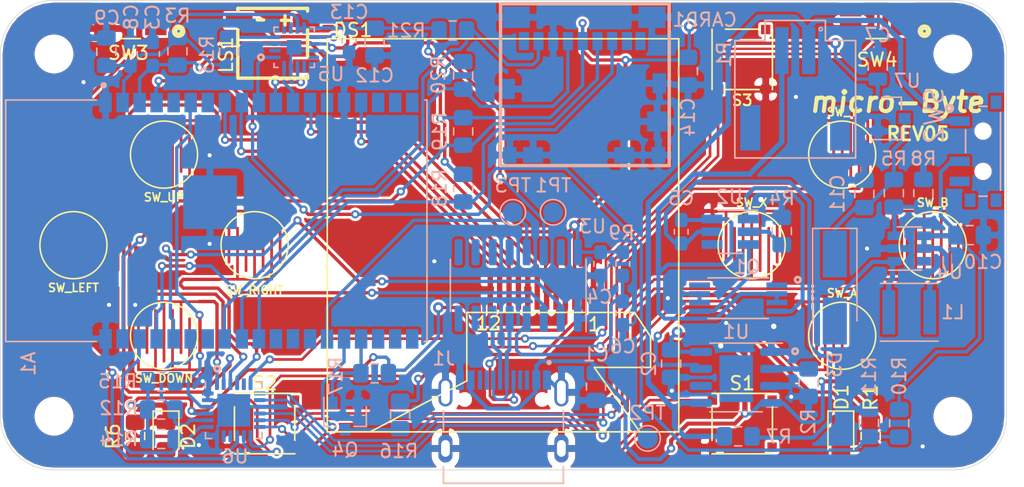
<source format=kicad_pcb>
(kicad_pcb (version 20171130) (host pcbnew "(5.1.6)-1")
  (layers (0 F.Cu signal hide) (31 B.Cu signal) (34 B.Paste user hide) (35 F.Paste user hide) (36 B.SilkS user hide) (37 F.SilkS user) (38 B.Mask user hide) (39 F.Mask user hide) (44 Edge.Cuts user))
  (net 0 "")
  (net 1 GND)
  (net 2 SD_MOSI)
  (net 3 MUX_SCL)
  (net 4 SERIAL_RX)
  (net 5 SERIAL_TX)
  (net 6 MUX_SDA)
  (net 7 SD_MISO)
  (net 8 SD_CLK)
  (net 9 SD_CS)
  (net 10 "Net-(A1-Pad26)")
  (net 11 PROG_IO0)
  (net 12 "Net-(A1-Pad24)")
  (net 13 "Net-(A1-Pad22)")
  (net 14 "Net-(A1-Pad21)")
  (net 15 "Net-(A1-Pad20)")
  (net 16 "Net-(A1-Pad19)")
  (net 17 "Net-(A1-Pad18)")
  (net 18 "Net-(A1-Pad17)")
  (net 19 SCR_SDA)
  (net 20 "Net-(A1-Pad14)")
  (net 21 SCR_SCL)
  (net 22 AUDIO_BCLK)
  (net 23 AUDIO_LRCLK)
  (net 24 AUDIO_DIN)
  (net 25 SCR_RESET)
  (net 26 SCR_DC)
  (net 27 "Net-(A1-Pad7)")
  (net 28 MUX_INT)
  (net 29 "Net-(A1-Pad5)")
  (net 30 BAT_STATUS)
  (net 31 PROG_RESET)
  (net 32 +3V3)
  (net 33 +5V)
  (net 34 "Net-(CARD1-Pad8)")
  (net 35 "Net-(CARD1-Pad1)")
  (net 36 "Net-(CARD1-Pad9)")
  (net 37 "Net-(D1-Pad2)")
  (net 38 "Net-(D1-Pad1)")
  (net 39 "Net-(D2-Pad2)")
  (net 40 "Net-(DS1-Pad2)")
  (net 41 "Net-(J1-PadB5)")
  (net 42 "Net-(J1-PadA8)")
  (net 43 USB_D+)
  (net 44 USB_D-)
  (net 45 "Net-(J1-PadB8)")
  (net 46 "Net-(J1-PadA5)")
  (net 47 "Net-(LS1-Pad1)")
  (net 48 "Net-(LS1-Pad2)")
  (net 49 "Net-(Q1-Pad1)")
  (net 50 "Net-(Q1-Pad5)")
  (net 51 "Net-(Q1-Pad4)")
  (net 52 "Net-(Q4-Pad3)")
  (net 53 "Net-(R2-Pad2)")
  (net 54 "Net-(R4-Pad1)")
  (net 55 VBat)
  (net 56 "Net-(R13-Pad1)")
  (net 57 "Net-(S1-Pad4)")
  (net 58 "Net-(S1-Pad2)")
  (net 59 BTN_START)
  (net 60 BTN_SELECT)
  (net 61 "Net-(S2-Pad2)")
  (net 62 "Net-(S2-Pad4)")
  (net 63 "Net-(SW2-PadS4)")
  (net 64 "Net-(SW2-PadS1)")
  (net 65 "Net-(SW2-PadS3)")
  (net 66 "Net-(SW2-PadS2)")
  (net 67 "Net-(SW3-Pad4)")
  (net 68 BTN_L)
  (net 69 "Net-(SW3-Pad1)")
  (net 70 "Net-(SW4-Pad1)")
  (net 71 BTN_R)
  (net 72 "Net-(SW4-Pad4)")
  (net 73 BTN_UP)
  (net 74 BTN_A)
  (net 75 BTN_DOWN)
  (net 76 BTN_B)
  (net 77 BTN_LEFT)
  (net 78 BTN_X)
  (net 79 BTN_RIGHT)
  (net 80 BTN_Y)
  (net 81 "Net-(U1-Pad6)")
  (net 82 "Net-(U2-Pad4)")
  (net 83 "Net-(U3-Pad9)")
  (net 84 "Net-(U3-Pad10)")
  (net 85 "Net-(U3-Pad11)")
  (net 86 "Net-(U3-Pad12)")
  (net 87 "Net-(U3-Pad15)")
  (net 88 "Net-(U5-Pad2)")
  (net 89 "Net-(U6-Pad16)")
  (net 90 "Net-(U6-Pad17)")
  (net 91 "Net-(C5-Pad2)")
  (net 92 "Net-(C5-Pad1)")
  (net 93 SCR_BL)
  (net 94 "Net-(Q1-Pad8)")
  (net 95 "Net-(S3-Pad4)")
  (net 96 "Net-(S3-Pad2)")
  (net 97 BTN_MENU)
  (net 98 "Net-(U1-Pad9)")
  (net 99 "Net-(U6-Pad5)")
  (net 100 "Net-(D3-Pad2)")
  (net 101 "Net-(P1-Pad1)")
  (net 102 "Net-(R5-Pad2)")
  (net 103 "Net-(U3-Pad8)")
  (net 104 "Net-(U3-Pad7)")
  (net 105 "Net-(U4-Pad6)")
  (net 106 "Net-(SW2-Pad3)")
  (net 107 "Net-(C6-Pad1)")
  (net 108 "Net-(C11-Pad1)")
  (module micro-8Bit:ST7789 (layer F.Cu) (at 163.21 100.3)
    (fp_text reference DS1 (at -11.42 -15.49) (layer F.SilkS))
    (fp_text value ST7789)
    (fp_text user 12 (at -1.3 6.38) (layer F.SilkS))
    (fp_text user 1 (at 6.58 6.45) (layer F.SilkS))
    (pad 1 smd rect (at 6.519 3.863) (size 0.4 3) (layers F.Cu F.Paste F.Mask) (net 1 GND))
    (pad 2 smd rect (at 5.818 3.863) (size 0.4 3) (layers F.Cu F.Paste F.Mask) (net 40 "Net-(DS1-Pad2)"))
    (pad 3 smd rect (at 5.12 3.863) (size 0.4 3) (layers F.Cu F.Paste F.Mask) (net 32 +3V3))
    (pad 4 smd rect (at 4.419 3.863) (size 0.4 3) (layers F.Cu F.Paste F.Mask) (net 32 +3V3))
    (pad 5 smd rect (at 3.719 3.863) (size 0.4 3) (layers F.Cu F.Paste F.Mask) (net 1 GND))
    (pad 6 smd rect (at 3.019 3.863) (size 0.4 3) (layers F.Cu F.Paste F.Mask) (net 1 GND))
    (pad 7 smd rect (at 2.32 3.863) (size 0.4 3) (layers F.Cu F.Paste F.Mask) (net 26 SCR_DC))
    (pad 8 smd rect (at 1.618 3.863) (size 0.4 3) (layers F.Cu F.Paste F.Mask) (net 1 GND))
    (pad 9 smd rect (at 0.918 3.863) (size 0.4 3) (layers F.Cu F.Paste F.Mask) (net 21 SCR_SCL))
    (pad 10 smd rect (at 0.218 3.863) (size 0.4 3) (layers F.Cu F.Paste F.Mask) (net 19 SCR_SDA))
    (pad 11 smd rect (at -0.481 3.863) (size 0.4 3) (layers F.Cu F.Paste F.Mask) (net 25 SCR_RESET))
    (pad 12 smd rect (at -1.181 3.863) (size 0.4 3) (layers F.Cu F.Paste F.Mask) (net 1 GND))
  )
  (module Capacitor_SMD:C_0603_1608Metric_Pad1.05x0.95mm_HandSolder (layer B.Cu) (at 171.91 105.925 270)
    (fp_text reference C6 (at 2.475 0 180) (layer B.SilkS) (effects (justify mirror)))
    (fp_text value 0.1uF)
    (pad 2 smd roundrect (at 0.875 0 270) (size 1.05 0.95) (layers B.Cu B.Paste B.Mask) (net 1 GND))
    (pad 1 smd roundrect (at -0.875 0 270) (size 1.05 0.95) (layers B.Cu B.Paste B.Mask) (net 107 "Net-(C6-Pad1)"))
  )
  (module Capacitor_SMD:C_0805_2012Metric (layer B.Cu) (at 190.91 87.5375 90)
    (fp_text reference C7 (at 2.3375 0 180) (layer B.SilkS) (effects (justify mirror)))
    (fp_text value 1uF)
    (pad 2 smd roundrect (at 0.9375 0 90) (size 0.975 1.4) (layers B.Cu B.Paste B.Mask) (net 1 GND))
    (pad 1 smd roundrect (at -0.9375 0 90) (size 0.975 1.4) (layers B.Cu B.Paste B.Mask) (net 32 +3V3))
  )
  (module Resistor_SMD:R_0603_1608Metric_Pad1.05x0.95mm_HandSolder (layer B.Cu) (at 171.91 102.25 270)
    (fp_text reference R9 (at -2.325 0.1 180) (layer B.SilkS) (effects (justify mirror)))
    (fp_text value 0R)
    (pad 2 smd roundrect (at 0.875 0 270) (size 1.05 0.95) (layers B.Cu B.Paste B.Mask) (net 107 "Net-(C6-Pad1)"))
    (pad 1 smd roundrect (at -0.875 0 270) (size 1.05 0.95) (layers B.Cu B.Paste B.Mask) (net 32 +3V3))
  )
  (module micro-8Bit:SOP65P640X120-8N (layer B.Cu) (at 180.51 104.8 180)
    (fp_text reference Q1 (at -0.635 2.327) (layer B.SilkS) (effects (justify mirror)))
    (fp_text value FS8205A)
    (pad 1 smd rect (at -2.88 0.975 180) (size 1.56 0.4) (layers B.Cu B.Paste B.Mask) (net 49 "Net-(Q1-Pad1)"))
    (pad 2 smd rect (at -2.88 0.325 180) (size 1.56 0.4) (layers B.Cu B.Paste B.Mask) (net 91 "Net-(C5-Pad2)"))
    (pad 3 smd rect (at -2.88 -0.325 180) (size 1.56 0.4) (layers B.Cu B.Paste B.Mask) (net 91 "Net-(C5-Pad2)"))
    (pad 4 smd rect (at -2.88 -0.975 180) (size 1.56 0.4) (layers B.Cu B.Paste B.Mask) (net 51 "Net-(Q1-Pad4)"))
    (pad 5 smd rect (at 2.88 -0.975 180) (size 1.56 0.4) (layers B.Cu B.Paste B.Mask) (net 50 "Net-(Q1-Pad5)"))
    (pad 6 smd rect (at 2.88 -0.325 180) (size 1.56 0.4) (layers B.Cu B.Paste B.Mask) (net 1 GND))
    (pad 7 smd rect (at 2.88 0.325 180) (size 1.56 0.4) (layers B.Cu B.Paste B.Mask) (net 1 GND))
    (pad 8 smd rect (at 2.88 0.975 180) (size 1.56 0.4) (layers B.Cu B.Paste B.Mask) (net 94 "Net-(Q1-Pad8)"))
  )
  (module Package_TO_SOT_SMD:SOT-23 (layer B.Cu) (at 191.91 91.4)
    (fp_text reference U7 (at 1.2 -2.8) (layer B.SilkS) (effects (justify mirror)))
    (fp_text value MCP1700-3302E_SOT23)
    (pad 3 smd rect (at 1 0) (size 0.9 0.8) (layers B.Cu B.Paste B.Mask) (net 108 "Net-(C11-Pad1)"))
    (pad 2 smd rect (at -1 -0.95) (size 0.9 0.8) (layers B.Cu B.Paste B.Mask) (net 32 +3V3))
    (pad 1 smd rect (at -1 0.95) (size 0.9 0.8) (layers B.Cu B.Paste B.Mask) (net 1 GND))
  )
  (module Package_TO_SOT_SMD:SOT-23-6_Handsoldering (layer B.Cu) (at 179.91 99.85 180)
    (fp_text reference U2 (at 0.05 2.6) (layer B.SilkS) (effects (justify mirror)))
    (fp_text value FS312F-G)
    (pad 5 smd rect (at 1.35 0 180) (size 1.56 0.65) (layers B.Cu B.Paste B.Mask) (net 92 "Net-(C5-Pad1)"))
    (pad 6 smd rect (at 1.35 0.95 180) (size 1.56 0.65) (layers B.Cu B.Paste B.Mask) (net 91 "Net-(C5-Pad2)"))
    (pad 4 smd rect (at 1.35 -0.95 180) (size 1.56 0.65) (layers B.Cu B.Paste B.Mask) (net 82 "Net-(U2-Pad4)"))
    (pad 3 smd rect (at -1.35 -0.95 180) (size 1.56 0.65) (layers B.Cu B.Paste B.Mask) (net 50 "Net-(Q1-Pad5)"))
    (pad 2 smd rect (at -1.35 0 180) (size 1.56 0.65) (layers B.Cu B.Paste B.Mask) (net 54 "Net-(R4-Pad1)"))
    (pad 1 smd rect (at -1.35 0.95 180) (size 1.56 0.65) (layers B.Cu B.Paste B.Mask) (net 51 "Net-(Q1-Pad4)"))
  )
  (module Capacitor_SMD:C_0805_2012Metric_Pad1.15x1.40mm_HandSolder (layer B.Cu) (at 175.51 109.675 270)
    (fp_text reference C2 (at 0 1.65 90) (layer B.SilkS) (effects (justify mirror)))
    (fp_text value 10uF)
    (pad 2 smd roundrect (at 1.025 0 270) (size 1.15 1.4) (layers B.Cu B.Paste B.Mask) (roundrect_rratio 0.217391) (net 1 GND))
    (pad 1 smd roundrect (at -1.025 0 270) (size 1.15 1.4) (layers B.Cu B.Paste B.Mask) (roundrect_rratio 0.217391) (net 33 +5V))
  )
  (module micro-8Bit:XCVR_ESP32-WROVER-I (layer B.Cu) (at 141.61 99.03 270)
    (fp_text reference A1 (at 10.67 14 90) (layer B.SilkS) (effects (font (size 1.002236 1.002236)) (justify mirror)))
    (fp_text value ESP32-WROVER-E)
    (pad 1 smd rect (at -8.81 8.26 270) (size 1.45 0.93) (layers B.Cu B.Paste B.Mask) (net 1 GND))
    (pad 2 smd rect (at -8.81 6.99 270) (size 1.45 0.93) (layers B.Cu B.Paste B.Mask) (net 32 +3V3))
    (pad 3 smd rect (at -8.81 5.72 270) (size 1.45 0.93) (layers B.Cu B.Paste B.Mask) (net 31 PROG_RESET))
    (pad 4 smd rect (at -8.81 4.45 270) (size 1.45 0.93) (layers B.Cu B.Paste B.Mask) (net 30 BAT_STATUS))
    (pad 5 smd rect (at -8.81 3.18 270) (size 1.45 0.93) (layers B.Cu B.Paste B.Mask) (net 29 "Net-(A1-Pad5)"))
    (pad 6 smd rect (at -8.81 1.91 270) (size 1.45 0.93) (layers B.Cu B.Paste B.Mask) (net 28 MUX_INT))
    (pad 7 smd rect (at -8.81 0.64 270) (size 1.45 0.93) (layers B.Cu B.Paste B.Mask) (net 27 "Net-(A1-Pad7)"))
    (pad 8 smd rect (at -8.81 -0.63 270) (size 1.45 0.93) (layers B.Cu B.Paste B.Mask) (net 26 SCR_DC))
    (pad 9 smd rect (at -8.81 -1.9 270) (size 1.45 0.93) (layers B.Cu B.Paste B.Mask) (net 25 SCR_RESET))
    (pad 10 smd rect (at -8.81 -3.17 270) (size 1.45 0.93) (layers B.Cu B.Paste B.Mask) (net 24 AUDIO_DIN))
    (pad 11 smd rect (at -8.81 -4.44 270) (size 1.45 0.93) (layers B.Cu B.Paste B.Mask) (net 23 AUDIO_LRCLK))
    (pad 12 smd rect (at -8.81 -5.71 270) (size 1.45 0.93) (layers B.Cu B.Paste B.Mask) (net 22 AUDIO_BCLK))
    (pad 13 smd rect (at -8.81 -6.98 270) (size 1.45 0.93) (layers B.Cu B.Paste B.Mask) (net 21 SCR_SCL))
    (pad 14 smd rect (at -8.81 -8.25 270) (size 1.45 0.93) (layers B.Cu B.Paste B.Mask) (net 20 "Net-(A1-Pad14)"))
    (pad 15 smd rect (at -8.81 -9.52 270) (size 1.45 0.93) (layers B.Cu B.Paste B.Mask) (net 1 GND))
    (pad 16 smd rect (at -8.81 -10.79 270) (size 1.45 0.93) (layers B.Cu B.Paste B.Mask) (net 19 SCR_SDA))
    (pad 17 smd rect (at -8.81 -12.06 270) (size 1.45 0.93) (layers B.Cu B.Paste B.Mask) (net 18 "Net-(A1-Pad17)"))
    (pad 18 smd rect (at -8.81 -13.33 270) (size 1.45 0.93) (layers B.Cu B.Paste B.Mask) (net 17 "Net-(A1-Pad18)"))
    (pad 19 smd rect (at -8.81 -14.6 270) (size 1.45 0.93) (layers B.Cu B.Paste B.Mask) (net 16 "Net-(A1-Pad19)"))
    (pad 20 smd rect (at 8.81 -14.6 270) (size 1.45 0.93) (layers B.Cu B.Paste B.Mask) (net 15 "Net-(A1-Pad20)"))
    (pad 21 smd rect (at 8.81 -13.33 270) (size 1.45 0.93) (layers B.Cu B.Paste B.Mask) (net 14 "Net-(A1-Pad21)"))
    (pad 22 smd rect (at 8.81 -12.06 270) (size 1.45 0.93) (layers B.Cu B.Paste B.Mask) (net 13 "Net-(A1-Pad22)"))
    (pad 23 smd rect (at 8.81 -10.79 270) (size 1.45 0.93) (layers B.Cu B.Paste B.Mask) (net 93 SCR_BL))
    (pad 24 smd rect (at 8.81 -9.52 270) (size 1.45 0.93) (layers B.Cu B.Paste B.Mask) (net 12 "Net-(A1-Pad24)"))
    (pad 25 smd rect (at 8.81 -8.25 270) (size 1.45 0.93) (layers B.Cu B.Paste B.Mask) (net 11 PROG_IO0))
    (pad 26 smd rect (at 8.81 -6.98 270) (size 1.45 0.93) (layers B.Cu B.Paste B.Mask) (net 10 "Net-(A1-Pad26)"))
    (pad 27 smd rect (at 8.81 -5.71 270) (size 1.45 0.93) (layers B.Cu B.Paste B.Mask))
    (pad 28 smd rect (at 8.81 -4.44 270) (size 1.45 0.93) (layers B.Cu B.Paste B.Mask))
    (pad 29 smd rect (at 8.81 -3.17 270) (size 1.45 0.93) (layers B.Cu B.Paste B.Mask) (net 9 SD_CS))
    (pad 30 smd rect (at 8.81 -1.9 270) (size 1.45 0.93) (layers B.Cu B.Paste B.Mask) (net 8 SD_CLK))
    (pad 31 smd rect (at 8.81 -0.63 270) (size 1.45 0.93) (layers B.Cu B.Paste B.Mask) (net 7 SD_MISO))
    (pad 32 smd rect (at 8.81 0.64 270) (size 1.45 0.93) (layers B.Cu B.Paste B.Mask))
    (pad 33 smd rect (at 8.81 1.91 270) (size 1.45 0.93) (layers B.Cu B.Paste B.Mask) (net 6 MUX_SDA))
    (pad 34 smd rect (at 8.81 3.18 270) (size 1.45 0.93) (layers B.Cu B.Paste B.Mask) (net 5 SERIAL_TX))
    (pad 35 smd rect (at 8.81 4.45 270) (size 1.45 0.93) (layers B.Cu B.Paste B.Mask) (net 4 SERIAL_RX))
    (pad 36 smd rect (at 8.81 5.72 270) (size 1.45 0.93) (layers B.Cu B.Paste B.Mask) (net 3 MUX_SCL))
    (pad 37 smd rect (at 8.81 6.99 270) (size 1.45 0.93) (layers B.Cu B.Paste B.Mask) (net 2 SD_MOSI))
    (pad 38 smd rect (at 8.81 8.26 270) (size 1.45 0.93) (layers B.Cu B.Paste B.Mask) (net 1 GND))
    (pad 39 smd rect (at -1.38 0.47 270) (size 4 4) (layers B.Cu B.Mask) (net 1 GND))
  )
  (module Diode_SMD:D_SMA_Handsoldering (layer B.Cu) (at 187.71 104 270)
    (fp_text reference D3 (at 5.75 0 90) (layer B.SilkS) (effects (justify mirror)))
    (fp_text value D_Schottky)
    (pad 2 smd rect (at 2.5 0 270) (size 3.5 1.8) (layers B.Cu B.Paste B.Mask) (net 100 "Net-(D3-Pad2)"))
    (pad 1 smd rect (at -2.5 0 270) (size 3.5 1.8) (layers B.Cu B.Paste B.Mask) (net 108 "Net-(C11-Pad1)"))
  )
  (module micro-8Bit:TP4056 (layer B.Cu) (at 180.35 110.71 180)
    (fp_text reference U1 (at 0 3.4) (layer B.SilkS) (effects (justify mirror)))
    (fp_text value TP4056)
    (pad 9 smd rect (at -0.01 -0.09 180) (size 2.5 3.5) (layers B.Cu B.Paste B.Mask) (net 98 "Net-(U1-Pad9)"))
    (pad 8 smd roundrect (at 2.625 1.905 180) (size 1.65 0.6) (layers B.Cu B.Paste B.Mask) (net 33 +5V))
    (pad 7 smd roundrect (at 2.625 0.635 180) (size 1.65 0.6) (layers B.Cu B.Paste B.Mask) (net 38 "Net-(D1-Pad1)"))
    (pad 6 smd roundrect (at 2.625 -0.635 180) (size 1.65 0.6) (layers B.Cu B.Paste B.Mask) (net 81 "Net-(U1-Pad6)"))
    (pad 5 smd roundrect (at 2.625 -1.905 180) (size 1.65 0.6) (layers B.Cu B.Paste B.Mask) (net 101 "Net-(P1-Pad1)"))
    (pad 4 smd roundrect (at -2.625 -1.905 180) (size 1.65 0.6) (layers B.Cu B.Paste B.Mask) (net 33 +5V))
    (pad 3 smd roundrect (at -2.625 -0.635 180) (size 1.65 0.6) (layers B.Cu B.Paste B.Mask) (net 1 GND))
    (pad 2 smd roundrect (at -2.625 0.635 180) (size 1.65 0.6) (layers B.Cu B.Paste B.Mask) (net 53 "Net-(R2-Pad2)"))
    (pad 1 smd roundrect (at -2.625 1.905 180) (size 1.65 0.6) (layers B.Cu B.Paste B.Mask) (net 1 GND))
  )
  (module micro-8Bit:BUTTON-CONDUCTIVE (layer F.Cu) (at 137.71 94.1)
    (fp_text reference SW5 hide)
    (fp_text value SW_UP (at 0 3.175 180) (layer F.SilkS) (effects (font (size 0.6096 0.6096) (thickness 0.127))))
    (fp_line (start -1.27 -2.54) (end 2.54 -2.54) (layer F.Cu) (width 0.2032))
    (fp_line (start -1.905 2.54) (end 2.54 2.54) (layer F.Cu) (width 0.2032))
    (fp_line (start 1.905 -1.27) (end 1.905 2.54) (layer F.Cu) (width 0.2032))
    (fp_line (start -1.905 -1.27) (end -1.905 2.54) (layer F.Cu) (width 0.2032))
    (fp_line (start -1.27 1.27) (end -1.27 -2.54) (layer F.Cu) (width 0.2032))
    (fp_line (start -0.635 -1.905) (end -0.635 2.54) (layer F.Cu) (width 0.2032))
    (fp_line (start 1.27 1.27) (end 1.27 -2.54) (layer F.Cu) (width 0.2032))
    (fp_line (start 0.635 -1.905) (end 0.635 2.54) (layer F.Cu) (width 0.2032))
    (fp_line (start 0 1.905) (end 0 -2.54) (layer F.Cu) (width 0.2032))
    (pad 2 smd rect (at 2.81 2.52) (size 0.5 0.25) (layers F.Cu F.Paste F.Mask) (net 1 GND))
    (pad 1 smd rect (at 2.8 -2.55) (size 0.5 0.25) (layers F.Cu F.Paste F.Mask) (net 73 BTN_UP))
  )
  (module micro-8Bit:BUTTON-CONDUCTIVE (layer F.Cu) (at 130.96 100.85)
    (fp_text reference SW9 hide)
    (fp_text value SW_LEFT (at 0 3.175 180) (layer F.SilkS) (effects (font (size 0.6096 0.6096) (thickness 0.127))))
    (fp_line (start -1.27 -2.54) (end 2.54 -2.54) (layer F.Cu) (width 0.2032))
    (fp_line (start -1.905 2.54) (end 2.54 2.54) (layer F.Cu) (width 0.2032))
    (fp_line (start 1.905 -1.27) (end 1.905 2.54) (layer F.Cu) (width 0.2032))
    (fp_line (start -1.905 -1.27) (end -1.905 2.54) (layer F.Cu) (width 0.2032))
    (fp_line (start -1.27 1.27) (end -1.27 -2.54) (layer F.Cu) (width 0.2032))
    (fp_line (start -0.635 -1.905) (end -0.635 2.54) (layer F.Cu) (width 0.2032))
    (fp_line (start 1.27 1.27) (end 1.27 -2.54) (layer F.Cu) (width 0.2032))
    (fp_line (start 0.635 -1.905) (end 0.635 2.54) (layer F.Cu) (width 0.2032))
    (fp_line (start 0 1.905) (end 0 -2.54) (layer F.Cu) (width 0.2032))
    (pad 2 smd rect (at 2.81 2.52) (size 0.5 0.25) (layers F.Cu F.Paste F.Mask) (net 1 GND))
    (pad 1 smd rect (at 2.8 -2.55) (size 0.5 0.25) (layers F.Cu F.Paste F.Mask) (net 77 BTN_LEFT))
  )
  (module micro-8Bit:TF-110 (layer B.Cu) (at 169 89)
    (fp_text reference CARD1 (at 9.01 -4.95) (layer B.SilkS) (effects (justify mirror)))
    (fp_text value TF-110)
    (pad 18 smd rect (at 5.631 -0.212) (size 1 1.5) (layers B.Cu B.Paste B.Mask) (net 1 GND))
    (pad 17 smd rect (at 5.068 -5.138) (size 2 1.6) (layers B.Cu B.Paste B.Mask) (net 1 GND))
    (pad 16 smd rect (at -5.032 -5.138) (size 2 1.6) (layers B.Cu B.Paste B.Mask) (net 1 GND))
    (pad 15 smd rect (at -5.631 0.212) (size 1 1.5) (layers B.Cu B.Paste B.Mask) (net 1 GND))
    (pad 14 smd rect (at -5.52 5.138) (size 1 1.2) (layers B.Cu B.Paste B.Mask) (net 1 GND))
    (pad 13 smd rect (at -3.782 5.138) (size 1.5 1.2) (layers B.Cu B.Paste B.Mask) (net 1 GND))
    (pad 12 smd rect (at 3.018 5.138) (size 1.5 1.2) (layers B.Cu B.Paste B.Mask) (net 1 GND))
    (pad 11 smd rect (at 5.556 5.138) (size 1 1.2) (layers B.Cu B.Paste B.Mask) (net 1 GND))
    (pad 10 smd rect (at 5.465 2.637) (size 1.5 1.5) (layers B.Cu B.Paste B.Mask) (net 1 GND))
    (pad 9 smd rect (at 4.218 -3.363) (size 0.75 1.35) (layers B.Cu B.Paste B.Mask) (net 36 "Net-(CARD1-Pad9)"))
    (pad 1 smd rect (at 3.218 -3.363) (size 0.75 1.35) (layers B.Cu B.Paste B.Mask) (net 35 "Net-(CARD1-Pad1)"))
    (pad 2 smd rect (at 2.117 -3.363 180) (size 0.75 1.35) (layers B.Cu B.Paste B.Mask) (net 9 SD_CS))
    (pad 3 smd rect (at 1.018 -3.363) (size 0.75 1.35) (layers B.Cu B.Paste B.Mask) (net 2 SD_MOSI))
    (pad 4 smd rect (at -0.082 -3.363) (size 0.75 1.35) (layers B.Cu B.Paste B.Mask) (net 32 +3V3))
    (pad 5 smd rect (at -1.182 -3.363) (size 0.75 1.35) (layers B.Cu B.Paste B.Mask) (net 8 SD_CLK))
    (pad 6 smd rect (at -2.282 -3.363) (size 0.75 1.35) (layers B.Cu B.Paste B.Mask) (net 1 GND))
    (pad 7 smd rect (at -3.382 -3.363) (size 0.75 1.35) (layers B.Cu B.Paste B.Mask) (net 7 SD_MISO))
    (pad 8 smd rect (at -4.462 -3.363) (size 0.75 1.35) (layers B.Cu B.Paste B.Mask) (net 34 "Net-(CARD1-Pad8)"))
  )
  (module micro-8Bit:BUTTON-CONDUCTIVE (layer F.Cu) (at 188.26 107.6 180)
    (fp_text reference SW6 hide)
    (fp_text value SW_A (at 0 3.175 180) (layer F.SilkS) (effects (font (size 0.6096 0.6096) (thickness 0.127))))
    (fp_line (start -1.27 -2.54) (end 2.54 -2.54) (layer F.Cu) (width 0.2032))
    (fp_line (start -1.905 2.54) (end 2.54 2.54) (layer F.Cu) (width 0.2032))
    (fp_line (start 1.905 -1.27) (end 1.905 2.54) (layer F.Cu) (width 0.2032))
    (fp_line (start -1.905 -1.27) (end -1.905 2.54) (layer F.Cu) (width 0.2032))
    (fp_line (start -1.27 1.27) (end -1.27 -2.54) (layer F.Cu) (width 0.2032))
    (fp_line (start -0.635 -1.905) (end -0.635 2.54) (layer F.Cu) (width 0.2032))
    (fp_line (start 1.27 1.27) (end 1.27 -2.54) (layer F.Cu) (width 0.2032))
    (fp_line (start 0.635 -1.905) (end 0.635 2.54) (layer F.Cu) (width 0.2032))
    (fp_line (start 0 1.905) (end 0 -2.54) (layer F.Cu) (width 0.2032))
    (pad 2 smd rect (at 2.81 2.52 180) (size 0.5 0.25) (layers F.Cu F.Paste F.Mask) (net 1 GND))
    (pad 1 smd rect (at 2.8 -2.55 180) (size 0.5 0.25) (layers F.Cu F.Paste F.Mask) (net 74 BTN_A))
  )
  (module micro-8Bit:BUTTON-CONDUCTIVE (layer F.Cu) (at 188.26 94.1 180)
    (fp_text reference SW12 hide)
    (fp_text value SW_Y (at 0 3.175 180) (layer F.SilkS) (effects (font (size 0.6096 0.6096) (thickness 0.127))))
    (fp_line (start -1.27 -2.54) (end 2.54 -2.54) (layer F.Cu) (width 0.2032))
    (fp_line (start -1.905 2.54) (end 2.54 2.54) (layer F.Cu) (width 0.2032))
    (fp_line (start 1.905 -1.27) (end 1.905 2.54) (layer F.Cu) (width 0.2032))
    (fp_line (start -1.905 -1.27) (end -1.905 2.54) (layer F.Cu) (width 0.2032))
    (fp_line (start -1.27 1.27) (end -1.27 -2.54) (layer F.Cu) (width 0.2032))
    (fp_line (start -0.635 -1.905) (end -0.635 2.54) (layer F.Cu) (width 0.2032))
    (fp_line (start 1.27 1.27) (end 1.27 -2.54) (layer F.Cu) (width 0.2032))
    (fp_line (start 0.635 -1.905) (end 0.635 2.54) (layer F.Cu) (width 0.2032))
    (fp_line (start 0 1.905) (end 0 -2.54) (layer F.Cu) (width 0.2032))
    (pad 2 smd rect (at 2.81 2.52 180) (size 0.5 0.25) (layers F.Cu F.Paste F.Mask) (net 1 GND))
    (pad 1 smd rect (at 2.8 -2.55 180) (size 0.5 0.25) (layers F.Cu F.Paste F.Mask) (net 80 BTN_Y))
  )
  (module micro-8Bit:BUTTON-CONDUCTIVE (layer F.Cu) (at 195.01 100.85 180)
    (fp_text reference SW8 hide)
    (fp_text value SW_B (at 0 3.175 180) (layer F.SilkS) (effects (font (size 0.6096 0.6096) (thickness 0.127))))
    (fp_line (start -1.27 -2.54) (end 2.54 -2.54) (layer F.Cu) (width 0.2032))
    (fp_line (start -1.905 2.54) (end 2.54 2.54) (layer F.Cu) (width 0.2032))
    (fp_line (start 1.905 -1.27) (end 1.905 2.54) (layer F.Cu) (width 0.2032))
    (fp_line (start -1.905 -1.27) (end -1.905 2.54) (layer F.Cu) (width 0.2032))
    (fp_line (start -1.27 1.27) (end -1.27 -2.54) (layer F.Cu) (width 0.2032))
    (fp_line (start -0.635 -1.905) (end -0.635 2.54) (layer F.Cu) (width 0.2032))
    (fp_line (start 1.27 1.27) (end 1.27 -2.54) (layer F.Cu) (width 0.2032))
    (fp_line (start 0.635 -1.905) (end 0.635 2.54) (layer F.Cu) (width 0.2032))
    (fp_line (start 0 1.905) (end 0 -2.54) (layer F.Cu) (width 0.2032))
    (pad 2 smd rect (at 2.81 2.52 180) (size 0.5 0.25) (layers F.Cu F.Paste F.Mask) (net 1 GND))
    (pad 1 smd rect (at 2.8 -2.55 180) (size 0.5 0.25) (layers F.Cu F.Paste F.Mask) (net 76 BTN_B))
  )
  (module micro-8Bit:BUTTON-CONDUCTIVE (layer F.Cu) (at 181.51 100.85 180)
    (fp_text reference SW10 hide)
    (fp_text value SW_X (at 0 3.175 180) (layer F.SilkS) (effects (font (size 0.6096 0.6096) (thickness 0.127))))
    (fp_line (start -1.27 -2.54) (end 2.54 -2.54) (layer F.Cu) (width 0.2032))
    (fp_line (start -1.905 2.54) (end 2.54 2.54) (layer F.Cu) (width 0.2032))
    (fp_line (start 1.905 -1.27) (end 1.905 2.54) (layer F.Cu) (width 0.2032))
    (fp_line (start -1.905 -1.27) (end -1.905 2.54) (layer F.Cu) (width 0.2032))
    (fp_line (start -1.27 1.27) (end -1.27 -2.54) (layer F.Cu) (width 0.2032))
    (fp_line (start -0.635 -1.905) (end -0.635 2.54) (layer F.Cu) (width 0.2032))
    (fp_line (start 1.27 1.27) (end 1.27 -2.54) (layer F.Cu) (width 0.2032))
    (fp_line (start 0.635 -1.905) (end 0.635 2.54) (layer F.Cu) (width 0.2032))
    (fp_line (start 0 1.905) (end 0 -2.54) (layer F.Cu) (width 0.2032))
    (pad 2 smd rect (at 2.81 2.52 180) (size 0.5 0.25) (layers F.Cu F.Paste F.Mask) (net 1 GND))
    (pad 1 smd rect (at 2.8 -2.55 180) (size 0.5 0.25) (layers F.Cu F.Paste F.Mask) (net 78 BTN_X))
  )
  (module micro-8Bit:BUTTON-CONDUCTIVE (layer F.Cu) (at 144.46 100.85 180)
    (fp_text reference SW11 hide)
    (fp_text value SW_RIGHT (at 0.02 -3.35 180) (layer F.SilkS) (effects (font (size 0.6096 0.6096) (thickness 0.127))))
    (fp_line (start -1.27 -2.54) (end 2.54 -2.54) (layer F.Cu) (width 0.2032))
    (fp_line (start -1.905 2.54) (end 2.54 2.54) (layer F.Cu) (width 0.2032))
    (fp_line (start 1.905 -1.27) (end 1.905 2.54) (layer F.Cu) (width 0.2032))
    (fp_line (start -1.905 -1.27) (end -1.905 2.54) (layer F.Cu) (width 0.2032))
    (fp_line (start -1.27 1.27) (end -1.27 -2.54) (layer F.Cu) (width 0.2032))
    (fp_line (start -0.635 -1.905) (end -0.635 2.54) (layer F.Cu) (width 0.2032))
    (fp_line (start 1.27 1.27) (end 1.27 -2.54) (layer F.Cu) (width 0.2032))
    (fp_line (start 0.635 -1.905) (end 0.635 2.54) (layer F.Cu) (width 0.2032))
    (fp_line (start 0 1.905) (end 0 -2.54) (layer F.Cu) (width 0.2032))
    (pad 2 smd rect (at 2.81 2.52 180) (size 0.5 0.25) (layers F.Cu F.Paste F.Mask) (net 1 GND))
    (pad 1 smd rect (at 2.8 -2.55 180) (size 0.5 0.25) (layers F.Cu F.Paste F.Mask) (net 79 BTN_RIGHT))
  )
  (module micro-8Bit:BUTTON-CONDUCTIVE (layer F.Cu) (at 137.71 107.6)
    (fp_text reference SW7 hide)
    (fp_text value SW_DOWN (at 0 3.175 180) (layer F.SilkS) (effects (font (size 0.6096 0.6096) (thickness 0.127))))
    (fp_line (start -1.27 -2.54) (end 2.54 -2.54) (layer F.Cu) (width 0.2032))
    (fp_line (start -1.905 2.54) (end 2.54 2.54) (layer F.Cu) (width 0.2032))
    (fp_line (start 1.905 -1.27) (end 1.905 2.54) (layer F.Cu) (width 0.2032))
    (fp_line (start -1.905 -1.27) (end -1.905 2.54) (layer F.Cu) (width 0.2032))
    (fp_line (start -1.27 1.27) (end -1.27 -2.54) (layer F.Cu) (width 0.2032))
    (fp_line (start -0.635 -1.905) (end -0.635 2.54) (layer F.Cu) (width 0.2032))
    (fp_line (start 1.27 1.27) (end 1.27 -2.54) (layer F.Cu) (width 0.2032))
    (fp_line (start 0.635 -1.905) (end 0.635 2.54) (layer F.Cu) (width 0.2032))
    (fp_line (start 0 1.905) (end 0 -2.54) (layer F.Cu) (width 0.2032))
    (pad 2 smd rect (at 2.81 2.52) (size 0.5 0.25) (layers F.Cu F.Paste F.Mask) (net 1 GND))
    (pad 1 smd rect (at 2.8 -2.55) (size 0.5 0.25) (layers F.Cu F.Paste F.Mask) (net 75 BTN_DOWN))
  )
  (module micro-8Bit:HRO_TYPE-C-31-M-12 (layer B.Cu) (at 163.01 116 180)
    (fp_text reference J1 (at 4.45 6.7) (layer B.SilkS) (effects (justify mirror)))
    (fp_text value TYPE-C-31-M-12)
    (pad A1B12 smd rect (at -3.25 5.095 180) (size 0.6 1.45) (layers B.Cu B.Paste B.Mask) (net 1 GND))
    (pad A4B9 smd rect (at -2.45 5.095 180) (size 0.6 1.45) (layers B.Cu B.Paste B.Mask) (net 33 +5V))
    (pad A6 smd rect (at -0.25 5.095 180) (size 0.3 1.45) (layers B.Cu B.Paste B.Mask) (net 43 USB_D+))
    (pad B7 smd rect (at -0.75 5.095 180) (size 0.3 1.45) (layers B.Cu B.Paste B.Mask) (net 44 USB_D-))
    (pad A5 smd rect (at -1.25 5.095 180) (size 0.3 1.45) (layers B.Cu B.Paste B.Mask) (net 46 "Net-(J1-PadA5)"))
    (pad B8 smd rect (at -1.75 5.095 180) (size 0.3 1.45) (layers B.Cu B.Paste B.Mask) (net 45 "Net-(J1-PadB8)"))
    (pad A7 smd rect (at 0.25 5.095 180) (size 0.3 1.45) (layers B.Cu B.Paste B.Mask) (net 44 USB_D-))
    (pad B6 smd rect (at 0.75 5.095 180) (size 0.3 1.45) (layers B.Cu B.Paste B.Mask) (net 43 USB_D+))
    (pad A8 smd rect (at 1.25 5.095 180) (size 0.3 1.45) (layers B.Cu B.Paste B.Mask) (net 42 "Net-(J1-PadA8)"))
    (pad B5 smd rect (at 1.75 5.095 180) (size 0.3 1.45) (layers B.Cu B.Paste B.Mask) (net 41 "Net-(J1-PadB5)"))
    (pad B4A9 smd rect (at 2.45 5.095 180) (size 0.6 1.45) (layers B.Cu B.Paste B.Mask) (net 33 +5V))
    (pad B1A12 smd rect (at 3.25 5.095 180) (size 0.6 1.45) (layers B.Cu B.Paste B.Mask) (net 1 GND))
    (pad S1 thru_hole oval (at -4.32 4.18 180) (size 1.05 2.1) (drill oval 0.65 1.75) (layers *.Cu *.Mask) (net 1 GND))
    (pad S2 thru_hole oval (at 4.32 4.18 180) (size 1.05 2.1) (drill oval 0.65 1.75) (layers *.Cu *.Mask) (net 1 GND))
    (pad S3 thru_hole oval (at -4.32 0 180) (size 1.05 2.1) (drill oval 0.65 1.25) (layers *.Cu *.Mask) (net 1 GND))
    (pad S4 thru_hole oval (at 4.32 0 180) (size 1.05 2.1) (drill oval 0.65 1.25) (layers *.Cu *.Mask) (net 1 GND))
    (pad None np_thru_hole circle (at -2.89 3.65 180) (size 0.7 0.7) (drill 0.7) (layers *.Cu *.Mask))
    (pad None np_thru_hole circle (at 2.89 3.65 180) (size 0.7 0.7) (drill 0.7) (layers *.Cu *.Mask))
  )
  (module micro-8Bit:KLJ-5030 (layer F.Cu) (at 145.81 85.8 270)
    (fp_text reference LS1 (at 0.868 3.476 90) (layer F.SilkS))
    (fp_text value Speaker)
    (pad 3 smd rect (at 1.7 -2.5 270) (size 1 2) (layers F.Cu F.Paste F.Mask))
    (pad 2 smd rect (at -1.7 2.5 270) (size 1 2) (layers F.Cu F.Paste F.Mask) (net 48 "Net-(LS1-Pad2)"))
    (pad 1 smd rect (at -1.7 -2.5 270) (size 1 2) (layers F.Cu F.Paste F.Mask) (net 47 "Net-(LS1-Pad1)"))
  )
  (module micro-8Bit:JST_S2B-PH-SM4-TB (layer B.Cu) (at 184.76 86.35)
    (fp_text reference P1 (at -5.3 0.3 -90) (layer B.SilkS) (effects (font (size 1.001386 1.001386)) (justify mirror)))
    (fp_text value S2B-PH-SM4-TB)
    (pad P1 smd rect (at 3.35 5.75) (size 1.5 3.4) (layers B.Cu B.Paste B.Mask))
    (pad P2 smd rect (at -3.35 5.75) (size 1.5 3.4) (layers B.Cu B.Paste B.Mask))
    (pad 1 smd rect (at 1 0) (size 1 3.5) (layers B.Cu B.Paste B.Mask) (net 101 "Net-(P1-Pad1)"))
    (pad 2 smd rect (at -1 0) (size 1 3.5) (layers B.Cu B.Paste B.Mask) (net 91 "Net-(C5-Pad2)"))
  )
  (module Package_TO_SOT_SMD:SOT-23 (layer B.Cu) (at 151.21 113.6 270)
    (fp_text reference Q4 (at 2.5 0 180) (layer B.SilkS) (effects (justify mirror)))
    (fp_text value BSS138)
    (pad 3 smd rect (at 1 0 270) (size 0.9 0.8) (layers B.Cu B.Paste B.Mask) (net 52 "Net-(Q4-Pad3)"))
    (pad 2 smd rect (at -1 -0.95 270) (size 0.9 0.8) (layers B.Cu B.Paste B.Mask) (net 1 GND))
    (pad 1 smd rect (at -1 0.95 270) (size 0.9 0.8) (layers B.Cu B.Paste B.Mask) (net 93 SCR_BL))
  )
  (module micro-8Bit:TL3315NF100Q (layer F.Cu) (at 180.81 114.15)
    (fp_text reference S1 (at 0 -3.00807) (layer F.SilkS))
    (fp_text value SW_START)
    (pad 1 smd rect (at -2.225 -1.75) (size 0.7 0.7) (layers F.Cu F.Paste F.Mask) (net 59 BTN_START))
    (pad 2 smd rect (at 2.225 -1.75) (size 0.7 0.7) (layers F.Cu F.Paste F.Mask) (net 58 "Net-(S1-Pad2)"))
    (pad 4 smd rect (at 2.225 1.75) (size 0.7 0.7) (layers F.Cu F.Paste F.Mask) (net 57 "Net-(S1-Pad4)"))
    (pad 3 smd rect (at -2.225 1.75) (size 0.7 0.7) (layers F.Cu F.Paste F.Mask) (net 1 GND))
  )
  (module micro-8Bit:TL3315NF100Q (layer F.Cu) (at 145.21 114.15)
    (fp_text reference S2 (at 0 -3.00807) (layer F.SilkS))
    (fp_text value SW_SELECT)
    (pad 1 smd rect (at -2.225 -1.75) (size 0.7 0.7) (layers F.Cu F.Paste F.Mask) (net 60 BTN_SELECT))
    (pad 2 smd rect (at 2.225 -1.75) (size 0.7 0.7) (layers F.Cu F.Paste F.Mask) (net 61 "Net-(S2-Pad2)"))
    (pad 4 smd rect (at 2.225 1.75) (size 0.7 0.7) (layers F.Cu F.Paste F.Mask) (net 62 "Net-(S2-Pad4)"))
    (pad 3 smd rect (at -2.225 1.75) (size 0.7 0.7) (layers F.Cu F.Paste F.Mask) (net 1 GND))
  )
  (module micro-8Bit:SW_PCM12SMTR (layer B.Cu) (at 198.76 93.85 270)
    (fp_text reference SW2 (at -2.65 3.65 270) (layer B.SilkS) (effects (font (size 1.4 1.4)) (justify mirror)))
    (fp_text value PCM12SMTR)
    (pad None np_thru_hole circle (at -1.5 0 270) (size 0.9 0.9) (drill 0.9) (layers *.Cu *.Mask))
    (pad None np_thru_hole circle (at 1.5 0 270) (size 0.9 0.9) (drill 0.9) (layers *.Cu *.Mask))
    (pad 2 smd rect (at 0.75 1.75 270) (size 0.7 1.5) (layers B.Cu B.Paste B.Mask) (net 55 VBat))
    (pad 1 smd rect (at -2.25 1.75 270) (size 0.7 1.5) (layers B.Cu B.Paste B.Mask) (net 101 "Net-(P1-Pad1)"))
    (pad 3 smd rect (at 2.25 1.75 270) (size 0.7 1.5) (layers B.Cu B.Paste B.Mask) (net 106 "Net-(SW2-Pad3)"))
    (pad S2 smd rect (at -3.65 -0.965 270) (size 1 0.8) (layers B.Cu B.Paste B.Mask) (net 66 "Net-(SW2-PadS2)"))
    (pad S3 smd rect (at 3.65 -0.965 270) (size 1 0.8) (layers B.Cu B.Paste B.Mask) (net 65 "Net-(SW2-PadS3)"))
    (pad S1 smd rect (at -3.65 0.965 270) (size 1 0.8) (layers B.Cu B.Paste B.Mask) (net 64 "Net-(SW2-PadS1)"))
    (pad S4 smd rect (at 3.65 0.965 270) (size 1 0.8) (layers B.Cu B.Paste B.Mask) (net 63 "Net-(SW2-PadS4)"))
  )
  (module micro-8Bit:SW_434331013822 (layer F.Cu) (at 135.2 84 180)
    (fp_text reference SW3 (at 0.142 -2.518) (layer F.SilkS))
    (fp_text value SW_L)
    (fp_poly (pts (xy -1.9 0.2) (xy -2.7 0.2) (xy -2.7 1.2) (xy -1.9 1.2) (xy -1.9 1.125) (xy -2.425 1.125) (xy -2.425 0.4) (xy -1.9 0.4)) (layer F.Cu) (width 0.0001))
    (fp_poly (pts (xy -1.9 0.2) (xy -1.1 0.2) (xy -1.1 1.2) (xy -1.9 1.2) (xy -1.9 1.125) (xy -1.625 1.125) (xy -1.625 0.4) (xy -1.9 0.4)) (layer F.Cu) (width 0.0001))
    (fp_poly (pts (xy 1.9 0.2) (xy 1.1 0.2) (xy 1.1 1.2) (xy 1.9 1.2) (xy 1.9 1.125) (xy 1.625 1.125) (xy 1.625 0.4) (xy 1.9 0.4)) (layer F.Cu) (width 0.0001))
    (fp_poly (pts (xy 1.9 0.2) (xy 2.7 0.2) (xy 2.7 1.2) (xy 1.9 1.2) (xy 1.9 1.125) (xy 2.425 1.125) (xy 2.425 0.4) (xy 1.9 0.4)) (layer F.Cu) (width 0.0001))
    (pad 4 smd rect (at 1.9 0.7 180) (size 1.6 1) (layers F.Cu F.Paste F.Mask) (net 67 "Net-(SW3-Pad4)"))
    (pad 3 smd rect (at -1.9 0.7 180) (size 1.6 1) (layers F.Cu F.Paste F.Mask) (net 68 BTN_L))
    (pad 1 smd rect (at -1.9 -0.7 180) (size 1.6 1) (layers F.Cu F.Paste F.Mask) (net 69 "Net-(SW3-Pad1)"))
    (pad 2 smd rect (at 1.9 -0.7 180) (size 1.6 1) (layers F.Cu F.Paste F.Mask) (net 1 GND))
  )
  (module micro-8Bit:SW_434331013822 (layer F.Cu) (at 190.79 84 180)
    (fp_text reference SW4 (at -0.072 -3.026) (layer F.SilkS))
    (fp_text value SW_R)
    (fp_poly (pts (xy -1.9 0.2) (xy -2.7 0.2) (xy -2.7 1.2) (xy -1.9 1.2) (xy -1.9 1.125) (xy -2.425 1.125) (xy -2.425 0.4) (xy -1.9 0.4)) (layer F.Cu) (width 0.0001))
    (fp_poly (pts (xy -1.9 0.2) (xy -1.1 0.2) (xy -1.1 1.2) (xy -1.9 1.2) (xy -1.9 1.125) (xy -1.625 1.125) (xy -1.625 0.4) (xy -1.9 0.4)) (layer F.Cu) (width 0.0001))
    (fp_poly (pts (xy 1.9 0.2) (xy 1.1 0.2) (xy 1.1 1.2) (xy 1.9 1.2) (xy 1.9 1.125) (xy 1.625 1.125) (xy 1.625 0.4) (xy 1.9 0.4)) (layer F.Cu) (width 0.0001))
    (fp_poly (pts (xy 1.9 0.2) (xy 2.7 0.2) (xy 2.7 1.2) (xy 1.9 1.2) (xy 1.9 1.125) (xy 2.425 1.125) (xy 2.425 0.4) (xy 1.9 0.4)) (layer F.Cu) (width 0.0001))
    (pad 4 smd rect (at 1.9 0.7 180) (size 1.6 1) (layers F.Cu F.Paste F.Mask) (net 72 "Net-(SW4-Pad4)"))
    (pad 3 smd rect (at -1.9 0.7 180) (size 1.6 1) (layers F.Cu F.Paste F.Mask) (net 71 BTN_R))
    (pad 1 smd rect (at -1.9 -0.7 180) (size 1.6 1) (layers F.Cu F.Paste F.Mask) (net 70 "Net-(SW4-Pad1)"))
    (pad 2 smd rect (at 1.9 -0.7 180) (size 1.6 1) (layers F.Cu F.Paste F.Mask) (net 1 GND))
  )
  (module micro-8Bit:QFN50P300X300X80-17N (layer B.Cu) (at 147.41 86.1)
    (fp_text reference U5 (at 2.75 2) (layer B.SilkS) (effects (justify mirror)))
    (fp_text value MAX98357AETE+T)
    (pad 5 smd rect (at -0.75 -1.435) (size 0.27 0.84) (layers B.Cu B.Paste B.Mask))
    (pad 6 smd rect (at -0.25 -1.435) (size 0.27 0.84) (layers B.Cu B.Paste B.Mask))
    (pad 7 smd rect (at 0.25 -1.435) (size 0.27 0.84) (layers B.Cu B.Paste B.Mask) (net 32 +3V3))
    (pad 8 smd rect (at 0.75 -1.435) (size 0.27 0.84) (layers B.Cu B.Paste B.Mask) (net 32 +3V3))
    (pad 13 smd rect (at 0.75 1.435) (size 0.27 0.84) (layers B.Cu B.Paste B.Mask))
    (pad 14 smd rect (at 0.25 1.435) (size 0.27 0.84) (layers B.Cu B.Paste B.Mask) (net 23 AUDIO_LRCLK))
    (pad 15 smd rect (at -0.25 1.435) (size 0.27 0.84) (layers B.Cu B.Paste B.Mask) (net 1 GND))
    (pad 16 smd rect (at -0.75 1.435) (size 0.27 0.84) (layers B.Cu B.Paste B.Mask) (net 22 AUDIO_BCLK))
    (pad 1 smd rect (at -1.435 0.75) (size 0.84 0.27) (layers B.Cu B.Paste B.Mask) (net 24 AUDIO_DIN))
    (pad 2 smd rect (at -1.435 0.25) (size 0.84 0.27) (layers B.Cu B.Paste B.Mask) (net 88 "Net-(U5-Pad2)"))
    (pad 3 smd rect (at -1.435 -0.25) (size 0.84 0.27) (layers B.Cu B.Paste B.Mask) (net 1 GND))
    (pad 4 smd rect (at -1.435 -0.75) (size 0.84 0.27) (layers B.Cu B.Paste B.Mask) (net 56 "Net-(R13-Pad1)"))
    (pad 9 smd rect (at 1.435 -0.75) (size 0.84 0.27) (layers B.Cu B.Paste B.Mask) (net 48 "Net-(LS1-Pad2)"))
    (pad 10 smd rect (at 1.435 -0.25) (size 0.84 0.27) (layers B.Cu B.Paste B.Mask) (net 47 "Net-(LS1-Pad1)"))
    (pad 11 smd rect (at 1.435 0.25) (size 0.84 0.27) (layers B.Cu B.Paste B.Mask) (net 1 GND))
    (pad 12 smd rect (at 1.435 0.75) (size 0.84 0.27) (layers B.Cu B.Paste B.Mask))
    (pad 17 smd rect (at 0 0) (size 1.1 1.1) (layers B.Cu B.Mask) (net 1 GND))
  )
  (module MountingHole:MountingHole_2.5mm (layer F.Cu) (at 196.51 113.6)
    (fp_text reference H1 hide)
    (fp_text value MountingHole hide)
    (pad 1 np_thru_hole circle (at 0 0) (size 2.5 2.5) (drill 2.5) (layers *.Cu *.Mask))
  )
  (module MountingHole:MountingHole_2.5mm (layer F.Cu) (at 129.51 113.6)
    (fp_text reference H2 hide)
    (fp_text value MountingHole hide)
    (pad 1 np_thru_hole circle (at 0 0) (size 2.5 2.5) (drill 2.5) (layers *.Cu *.Mask))
  )
  (module MountingHole:MountingHole_2.5mm (layer F.Cu) (at 196.51 86.6)
    (fp_text reference H3 hide)
    (fp_text value MountingHole hide)
    (pad 1 np_thru_hole circle (at 0 0) (size 2.5 2.5) (drill 2.5) (layers *.Cu *.Mask))
  )
  (module MountingHole:MountingHole_2.5mm (layer F.Cu) (at 129.51 86.6)
    (fp_text reference H4 hide)
    (fp_text value MountingHole hide)
    (pad 1 np_thru_hole circle (at 0 0) (size 2.5 2.5) (drill 2.5) (layers *.Cu *.Mask))
  )
  (module Capacitor_SMD:C_0805_2012Metric_Pad1.15x1.40mm_HandSolder (layer B.Cu) (at 169.91 111.4 270)
    (fp_text reference C1 (at -2.4 0 180) (layer B.SilkS) (effects (justify mirror)))
    (fp_text value 1uF)
    (pad 2 smd roundrect (at 1.025 0 270) (size 1.15 1.4) (layers B.Cu B.Paste B.Mask) (roundrect_rratio 0.217391) (net 1 GND))
    (pad 1 smd roundrect (at -1.025 0 270) (size 1.15 1.4) (layers B.Cu B.Paste B.Mask) (roundrect_rratio 0.217391) (net 33 +5V))
  )
  (module Capacitor_SMD:C_0603_1608Metric_Pad1.05x0.95mm_HandSolder (layer B.Cu) (at 136.86 86.6 90)
    (fp_text reference C3 (at 2.75 0 90) (layer B.SilkS) (effects (justify mirror)))
    (fp_text value 0.1uF)
    (pad 2 smd roundrect (at 0.875 0 90) (size 1.05 0.95) (layers B.Cu B.Paste B.Mask) (net 1 GND))
    (pad 1 smd roundrect (at -0.875 0 90) (size 1.05 0.95) (layers B.Cu B.Paste B.Mask) (net 31 PROG_RESET))
  )
  (module Capacitor_SMD:C_0603_1608Metric_Pad1.05x0.95mm_HandSolder (layer B.Cu) (at 176.26 99.85 90)
    (fp_text reference C5 (at 2.5 0 180) (layer B.SilkS) (effects (justify mirror)))
    (fp_text value 0.1uF)
    (pad 2 smd roundrect (at 0.875 0 90) (size 1.05 0.95) (layers B.Cu B.Paste B.Mask) (net 91 "Net-(C5-Pad2)"))
    (pad 1 smd roundrect (at -0.875 0 90) (size 1.05 0.95) (layers B.Cu B.Paste B.Mask) (net 92 "Net-(C5-Pad1)"))
  )
  (module Capacitor_SMD:C_0603_1608Metric_Pad1.05x0.95mm_HandSolder (layer B.Cu) (at 135.21 86.6 90)
    (fp_text reference C8 (at 2.75 0.05 90) (layer B.SilkS) (effects (justify mirror)))
    (fp_text value 0.1uF)
    (pad 2 smd roundrect (at 0.875 0 90) (size 1.05 0.95) (layers B.Cu B.Paste B.Mask) (net 1 GND))
    (pad 1 smd roundrect (at -0.875 0 90) (size 1.05 0.95) (layers B.Cu B.Paste B.Mask) (net 32 +3V3))
  )
  (module Capacitor_SMD:C_0805_2012Metric_Pad1.15x1.40mm_HandSolder (layer B.Cu) (at 133.41 86.425 90)
    (fp_text reference C9 (at 2.525 0.05 180) (layer B.SilkS) (effects (justify mirror)))
    (fp_text value 22uF)
    (pad 2 smd roundrect (at 1.025 0 90) (size 1.15 1.4) (layers B.Cu B.Paste B.Mask) (roundrect_rratio 0.217391) (net 1 GND))
    (pad 1 smd roundrect (at -1.025 0 90) (size 1.15 1.4) (layers B.Cu B.Paste B.Mask) (roundrect_rratio 0.217391) (net 32 +3V3))
  )
  (module Capacitor_SMD:C_0805_2012Metric_Pad1.15x1.40mm_HandSolder (layer B.Cu) (at 197.76 100.1)
    (fp_text reference C10 (at 1 2) (layer B.SilkS) (effects (justify mirror)))
    (fp_text value 22uF)
    (pad 2 smd roundrect (at 1.025 0) (size 1.15 1.4) (layers B.Cu B.Paste B.Mask) (roundrect_rratio 0.217391) (net 1 GND))
    (pad 1 smd roundrect (at -1.025 0) (size 1.15 1.4) (layers B.Cu B.Paste B.Mask) (roundrect_rratio 0.217391) (net 55 VBat))
  )
  (module Capacitor_SMD:C_0805_2012Metric_Pad1.15x1.40mm_HandSolder (layer B.Cu) (at 153.41 85.7 270)
    (fp_text reference C12 (at 2.5 0 180) (layer B.SilkS) (effects (justify mirror)))
    (fp_text value 10uF)
    (pad 2 smd roundrect (at 1.025 0 270) (size 1.15 1.4) (layers B.Cu B.Paste B.Mask) (roundrect_rratio 0.217391) (net 1 GND))
    (pad 1 smd roundrect (at -1.025 0 270) (size 1.15 1.4) (layers B.Cu B.Paste B.Mask) (roundrect_rratio 0.217391) (net 32 +3V3))
  )
  (module Capacitor_SMD:C_0603_1608Metric_Pad1.05x0.95mm_HandSolder (layer B.Cu) (at 151.51 85.6 270)
    (fp_text reference C13 (at -2.125 0 180) (layer B.SilkS) (effects (justify mirror)))
    (fp_text value 0.1uF)
    (pad 2 smd roundrect (at 0.875 0 270) (size 1.05 0.95) (layers B.Cu B.Paste B.Mask) (net 1 GND))
    (pad 1 smd roundrect (at -0.875 0 270) (size 1.05 0.95) (layers B.Cu B.Paste B.Mask) (net 32 +3V3))
  )
  (module Capacitor_SMD:C_0805_2012Metric_Pad1.15x1.40mm_HandSolder (layer B.Cu) (at 176.76 87.875 270)
    (fp_text reference C14 (at 3.425 0 90) (layer B.SilkS) (effects (justify mirror)))
    (fp_text value 10uF)
    (pad 2 smd roundrect (at 1.025 0 270) (size 1.15 1.4) (layers B.Cu B.Paste B.Mask) (roundrect_rratio 0.217391) (net 1 GND))
    (pad 1 smd roundrect (at -1.025 0 270) (size 1.15 1.4) (layers B.Cu B.Paste B.Mask) (roundrect_rratio 0.217391) (net 32 +3V3))
  )
  (module LED_SMD:LED_0805_2012Metric_Pad1.15x1.40mm_HandSolder (layer F.Cu) (at 188.16 115.075 270)
    (fp_text reference D1 (at -2.8875 -0.05 90) (layer F.SilkS))
    (fp_text value LED)
    (pad 2 smd roundrect (at 1.025 0 270) (size 1.15 1.4) (layers F.Cu F.Paste F.Mask) (roundrect_rratio 0.217391) (net 37 "Net-(D1-Pad2)"))
    (pad 1 smd roundrect (at -1.025 0 270) (size 1.15 1.4) (layers F.Cu F.Paste F.Mask) (roundrect_rratio 0.217391) (net 38 "Net-(D1-Pad1)"))
  )
  (module LED_SMD:LED_0805_2012Metric_Pad1.15x1.40mm_HandSolder (layer F.Cu) (at 137.86 115.075 270)
    (fp_text reference D2 (at 0 -1.65 90) (layer F.SilkS))
    (fp_text value LED)
    (pad 2 smd roundrect (at 1.025 0 270) (size 1.15 1.4) (layers F.Cu F.Paste F.Mask) (roundrect_rratio 0.217391) (net 39 "Net-(D2-Pad2)"))
    (pad 1 smd roundrect (at -1.025 0 270) (size 1.15 1.4) (layers F.Cu F.Paste F.Mask) (roundrect_rratio 0.217391) (net 1 GND))
  )
  (module Resistor_SMD:R_0805_2012Metric_Pad1.15x1.40mm_HandSolder (layer F.Cu) (at 190.385 115.075 270)
    (fp_text reference R1 (at -2.85 0 90) (layer F.SilkS))
    (fp_text value 1K)
    (pad 2 smd roundrect (at 1.025 0 270) (size 1.15 1.4) (layers F.Cu F.Paste F.Mask) (roundrect_rratio 0.217391) (net 37 "Net-(D1-Pad2)"))
    (pad 1 smd roundrect (at -1.025 0 270) (size 1.15 1.4) (layers F.Cu F.Paste F.Mask) (roundrect_rratio 0.217391) (net 33 +5V))
  )
  (module Resistor_SMD:R_0805_2012Metric_Pad1.15x1.40mm_HandSolder (layer B.Cu) (at 185.76 111.1 90)
    (fp_text reference R2 (at -2.9 -0.03 90) (layer B.SilkS) (effects (justify mirror)))
    (fp_text value 1K)
    (pad 2 smd roundrect (at 1.025 0 90) (size 1.15 1.4) (layers B.Cu B.Paste B.Mask) (roundrect_rratio 0.217391) (net 53 "Net-(R2-Pad2)"))
    (pad 1 smd roundrect (at -1.025 0 90) (size 1.15 1.4) (layers B.Cu B.Paste B.Mask) (roundrect_rratio 0.217391) (net 1 GND))
  )
  (module Resistor_SMD:R_0805_2012Metric_Pad1.15x1.40mm_HandSolder (layer B.Cu) (at 138.71 86.4 270)
    (fp_text reference R3 (at -2.65 0 180) (layer B.SilkS) (effects (justify mirror)))
    (fp_text value 10K)
    (pad 2 smd roundrect (at 1.025 0 270) (size 1.15 1.4) (layers B.Cu B.Paste B.Mask) (roundrect_rratio 0.217391) (net 31 PROG_RESET))
    (pad 1 smd roundrect (at -1.025 0 270) (size 1.15 1.4) (layers B.Cu B.Paste B.Mask) (roundrect_rratio 0.217391) (net 32 +3V3))
  )
  (module Resistor_SMD:R_0805_2012Metric_Pad1.15x1.40mm_HandSolder (layer B.Cu) (at 183.76 99.8 90)
    (fp_text reference R4 (at 2.45 0 180) (layer B.SilkS) (effects (justify mirror)))
    (fp_text value 1k)
    (pad 2 smd roundrect (at 1.025 0 90) (size 1.15 1.4) (layers B.Cu B.Paste B.Mask) (roundrect_rratio 0.217391) (net 1 GND))
    (pad 1 smd roundrect (at -1.025 0 90) (size 1.15 1.4) (layers B.Cu B.Paste B.Mask) (roundrect_rratio 0.217391) (net 54 "Net-(R4-Pad1)"))
  )
  (module Resistor_SMD:R_0805_2012Metric_Pad1.15x1.40mm_HandSolder (layer F.Cu) (at 135.56 115.075 270)
    (fp_text reference R6 (at 0.025 1.65 90) (layer F.SilkS))
    (fp_text value 1K)
    (pad 2 smd roundrect (at 1.025 0 270) (size 1.15 1.4) (layers F.Cu F.Paste F.Mask) (roundrect_rratio 0.217391) (net 39 "Net-(D2-Pad2)"))
    (pad 1 smd roundrect (at -1.025 0 270) (size 1.15 1.4) (layers F.Cu F.Paste F.Mask) (roundrect_rratio 0.217391) (net 12 "Net-(A1-Pad24)"))
  )
  (module Resistor_SMD:R_0805_2012Metric_Pad1.15x1.40mm_HandSolder (layer B.Cu) (at 180.51 115.1 180)
    (fp_text reference R7 (at -3.03 -0.02) (layer B.SilkS) (effects (justify mirror)))
    (fp_text value 100R)
    (pad 2 smd roundrect (at 1.025 0 180) (size 1.15 1.4) (layers B.Cu B.Paste B.Mask) (roundrect_rratio 0.217391) (net 101 "Net-(P1-Pad1)"))
    (pad 1 smd roundrect (at -1.025 0 180) (size 1.15 1.4) (layers B.Cu B.Paste B.Mask) (roundrect_rratio 0.217391) (net 92 "Net-(C5-Pad1)"))
  )
  (module Resistor_SMD:R_0805_2012Metric_Pad1.15x1.40mm_HandSolder (layer B.Cu) (at 192.51 114.125 270)
    (fp_text reference R10 (at -3.525 0 90) (layer B.SilkS) (effects (justify mirror)))
    (fp_text value 27K)
    (pad 2 smd roundrect (at 1.025 0 270) (size 1.15 1.4) (layers B.Cu B.Paste B.Mask) (roundrect_rratio 0.217391) (net 30 BAT_STATUS))
    (pad 1 smd roundrect (at -1.025 0 270) (size 1.15 1.4) (layers B.Cu B.Paste B.Mask) (roundrect_rratio 0.217391) (net 55 VBat))
  )
  (module Resistor_SMD:R_0805_2012Metric_Pad1.15x1.40mm_HandSolder (layer B.Cu) (at 190.26 114.1 90)
    (fp_text reference R11 (at 3.5 0 90) (layer B.SilkS) (effects (justify mirror)))
    (fp_text value 100K)
    (pad 2 smd roundrect (at 1.025 0 90) (size 1.15 1.4) (layers B.Cu B.Paste B.Mask) (roundrect_rratio 0.217391) (net 1 GND))
    (pad 1 smd roundrect (at -1.025 0 90) (size 1.15 1.4) (layers B.Cu B.Paste B.Mask) (roundrect_rratio 0.217391) (net 30 BAT_STATUS))
  )
  (module Resistor_SMD:R_0805_2012Metric_Pad1.15x1.40mm_HandSolder (layer B.Cu) (at 137.51 113.1)
    (fp_text reference R12 (at -3.175 -0.1) (layer B.SilkS) (effects (justify mirror)))
    (fp_text value 10K)
    (pad 2 smd roundrect (at 1.025 0) (size 1.15 1.4) (layers B.Cu B.Paste B.Mask) (roundrect_rratio 0.217391) (net 6 MUX_SDA))
    (pad 1 smd roundrect (at -1.025 0) (size 1.15 1.4) (layers B.Cu B.Paste B.Mask) (roundrect_rratio 0.217391) (net 32 +3V3))
  )
  (module Resistor_SMD:R_0805_2012Metric_Pad1.15x1.40mm_HandSolder (layer B.Cu) (at 142.56 86.425 270)
    (fp_text reference R13 (at 0.225 1.65 90) (layer B.SilkS) (effects (justify mirror)))
    (fp_text value 1M)
    (pad 2 smd roundrect (at 1.025 0 270) (size 1.15 1.4) (layers B.Cu B.Paste B.Mask) (roundrect_rratio 0.217391) (net 32 +3V3))
    (pad 1 smd roundrect (at -1.025 0 270) (size 1.15 1.4) (layers B.Cu B.Paste B.Mask) (roundrect_rratio 0.217391) (net 56 "Net-(R13-Pad1)"))
  )
  (module Resistor_SMD:R_0805_2012Metric_Pad1.15x1.40mm_HandSolder (layer B.Cu) (at 137.51 115.3)
    (fp_text reference R14 (at -3.175 0) (layer B.SilkS) (effects (justify mirror)))
    (fp_text value 10K)
    (pad 2 smd roundrect (at 1.025 0) (size 1.15 1.4) (layers B.Cu B.Paste B.Mask) (roundrect_rratio 0.217391) (net 3 MUX_SCL))
    (pad 1 smd roundrect (at -1.025 0) (size 1.15 1.4) (layers B.Cu B.Paste B.Mask) (roundrect_rratio 0.217391) (net 32 +3V3))
  )
  (module Resistor_SMD:R_0805_2012Metric_Pad1.15x1.40mm_HandSolder (layer B.Cu) (at 137.51 111)
    (fp_text reference R15 (at -3.2625 0) (layer B.SilkS) (effects (justify mirror)))
    (fp_text value 10K)
    (pad 2 smd roundrect (at 1.025 0) (size 1.15 1.4) (layers B.Cu B.Paste B.Mask) (roundrect_rratio 0.217391) (net 28 MUX_INT))
    (pad 1 smd roundrect (at -1.025 0) (size 1.15 1.4) (layers B.Cu B.Paste B.Mask) (roundrect_rratio 0.217391) (net 32 +3V3))
  )
  (module Resistor_SMD:R_0805_2012Metric_Pad1.15x1.40mm_HandSolder (layer B.Cu) (at 155.31 113.5 270)
    (fp_text reference R16 (at 2.7 0.1 180) (layer B.SilkS) (effects (justify mirror)))
    (fp_text value 10)
    (pad 2 smd roundrect (at 1.025 0 270) (size 1.15 1.4) (layers B.Cu B.Paste B.Mask) (roundrect_rratio 0.217391) (net 52 "Net-(Q4-Pad3)"))
    (pad 1 smd roundrect (at -1.025 0 270) (size 1.15 1.4) (layers B.Cu B.Paste B.Mask) (roundrect_rratio 0.217391) (net 40 "Net-(DS1-Pad2)"))
  )
  (module Resistor_SMD:R_0805_2012Metric_Pad1.15x1.40mm_HandSolder (layer B.Cu) (at 153.41 110.4 180)
    (fp_text reference R17 (at 2.9 -0.2 90) (layer B.SilkS) (effects (justify mirror)))
    (fp_text value 2.2K)
    (pad 2 smd roundrect (at 1.025 0 180) (size 1.15 1.4) (layers B.Cu B.Paste B.Mask) (roundrect_rratio 0.217391) (net 93 SCR_BL))
    (pad 1 smd roundrect (at -1.025 0 180) (size 1.15 1.4) (layers B.Cu B.Paste B.Mask) (roundrect_rratio 0.217391) (net 32 +3V3))
  )
  (module Resistor_SMD:R_0805_2012Metric_Pad1.15x1.40mm_HandSolder (layer B.Cu) (at 160.01 96.6 270)
    (fp_text reference R18 (at 0 1.75 90) (layer B.SilkS) (effects (justify mirror)))
    (fp_text value 10K)
    (pad 2 smd roundrect (at 1.025 0 270) (size 1.15 1.4) (layers B.Cu B.Paste B.Mask) (roundrect_rratio 0.217391) (net 9 SD_CS))
    (pad 1 smd roundrect (at -1.025 0 270) (size 1.15 1.4) (layers B.Cu B.Paste B.Mask) (roundrect_rratio 0.217391) (net 32 +3V3))
  )
  (module Resistor_SMD:R_0805_2012Metric_Pad1.15x1.40mm_HandSolder (layer B.Cu) (at 160.01 92.375 270)
    (fp_text reference R19 (at 0 1.75 90) (layer B.SilkS) (effects (justify mirror)))
    (fp_text value 10K)
    (pad 2 smd roundrect (at 1.025 0 270) (size 1.15 1.4) (layers B.Cu B.Paste B.Mask) (roundrect_rratio 0.217391) (net 2 SD_MOSI))
    (pad 1 smd roundrect (at -1.025 0 270) (size 1.15 1.4) (layers B.Cu B.Paste B.Mask) (roundrect_rratio 0.217391) (net 32 +3V3))
  )
  (module Resistor_SMD:R_0805_2012Metric_Pad1.15x1.40mm_HandSolder (layer B.Cu) (at 160.01 88.2 270)
    (fp_text reference R20 (at -0.05 1.85 90) (layer B.SilkS) (effects (justify mirror)))
    (fp_text value 10K)
    (pad 2 smd roundrect (at 1.025 0 270) (size 1.15 1.4) (layers B.Cu B.Paste B.Mask) (roundrect_rratio 0.217391) (net 8 SD_CLK))
    (pad 1 smd roundrect (at -1.025 0 270) (size 1.15 1.4) (layers B.Cu B.Paste B.Mask) (roundrect_rratio 0.217391) (net 32 +3V3))
  )
  (module Resistor_SMD:R_0805_2012Metric_Pad1.15x1.40mm_HandSolder (layer B.Cu) (at 159.235 84.85)
    (fp_text reference R21 (at -3.475 0) (layer B.SilkS) (effects (justify mirror)))
    (fp_text value 10K)
    (pad 2 smd roundrect (at 1.025 0) (size 1.15 1.4) (layers B.Cu B.Paste B.Mask) (roundrect_rratio 0.217391) (net 7 SD_MISO))
    (pad 1 smd roundrect (at -1.025 0) (size 1.15 1.4) (layers B.Cu B.Paste B.Mask) (roundrect_rratio 0.217391) (net 32 +3V3))
  )
  (module micro-8Bit:TL3315NF100Q (layer F.Cu) (at 180.81 87 90)
    (fp_text reference S3 (at -3.05 0) (layer F.SilkS) (effects (font (size 0.800016 0.800016))))
    (fp_text value SW_MENU)
    (pad 1 smd rect (at -2.225 -1.75 90) (size 0.7 0.7) (layers F.Cu F.Paste F.Mask) (net 97 BTN_MENU))
    (pad 2 smd rect (at 2.225 -1.75 90) (size 0.7 0.7) (layers F.Cu F.Paste F.Mask) (net 96 "Net-(S3-Pad2)"))
    (pad 4 smd rect (at 2.225 1.75 90) (size 0.7 0.7) (layers F.Cu F.Paste F.Mask) (net 95 "Net-(S3-Pad4)"))
    (pad 3 smd rect (at -2.225 1.75 90) (size 0.7 0.7) (layers F.Cu F.Paste F.Mask) (net 1 GND))
  )
  (module TestPoint:TestPoint_Pad_D1.5mm (layer B.Cu) (at 166.71 98.4)
    (fp_text reference TP1 (at 0 -2) (layer B.SilkS) (effects (justify mirror)))
    (fp_text value TP_RST)
    (pad 1 smd circle (at 0 0) (size 1.5 1.5) (layers B.Cu B.Mask) (net 31 PROG_RESET))
  )
  (module micro-8Bit:TCA9555RTWR (layer B.Cu) (at 142.91 113.15 270)
    (fp_text reference U6 (at 3.45 -0.1 180) (layer B.SilkS) (effects (justify mirror)))
    (fp_text value TCA9555RTWR)
    (pad 25 smd rect (at 0 0 270) (size 2.45 2.45) (layers B.Cu B.Mask) (net 1 GND))
    (pad 24 smd roundrect (at -1.25 1.9375 270) (size 0.3 0.875) (layers B.Cu B.Paste B.Mask) (net 1 GND))
    (pad 23 smd roundrect (at -0.75 1.9375 270) (size 0.3 0.875) (layers B.Cu B.Paste B.Mask) (net 1 GND))
    (pad 22 smd roundrect (at -0.25 1.9375 270) (size 0.3 0.875) (layers B.Cu B.Paste B.Mask) (net 28 MUX_INT))
    (pad 21 smd roundrect (at 0.25 1.9375 270) (size 0.3 0.875) (layers B.Cu B.Paste B.Mask) (net 32 +3V3))
    (pad 20 smd roundrect (at 0.75 1.9375 270) (size 0.3 0.875) (layers B.Cu B.Paste B.Mask) (net 6 MUX_SDA))
    (pad 19 smd roundrect (at 1.25 1.9375 270) (size 0.3 0.875) (layers B.Cu B.Paste B.Mask) (net 3 MUX_SCL))
    (pad 18 smd roundrect (at 1.9375 1.25 270) (size 0.875 0.3) (layers B.Cu B.Paste B.Mask) (net 1 GND))
    (pad 17 smd roundrect (at 1.9375 0.75 270) (size 0.875 0.3) (layers B.Cu B.Paste B.Mask) (net 90 "Net-(U6-Pad17)"))
    (pad 16 smd roundrect (at 1.9375 0.25 270) (size 0.875 0.3) (layers B.Cu B.Paste B.Mask) (net 89 "Net-(U6-Pad16)"))
    (pad 15 smd roundrect (at 1.9375 -0.25 270) (size 0.875 0.3) (layers B.Cu B.Paste B.Mask) (net 68 BTN_L))
    (pad 14 smd roundrect (at 1.9375 -0.75 270) (size 0.875 0.3) (layers B.Cu B.Paste B.Mask) (net 60 BTN_SELECT))
    (pad 13 smd roundrect (at 1.9375 -1.25 270) (size 0.875 0.3) (layers B.Cu B.Paste B.Mask) (net 97 BTN_MENU))
    (pad 12 smd roundrect (at 1.25 -1.9375 270) (size 0.3 0.875) (layers B.Cu B.Paste B.Mask) (net 59 BTN_START))
    (pad 11 smd roundrect (at 0.75 -1.9375 270) (size 0.3 0.875) (layers B.Cu B.Paste B.Mask) (net 74 BTN_A))
    (pad 10 smd roundrect (at 0.25 -1.9375 270) (size 0.3 0.875) (layers B.Cu B.Paste B.Mask) (net 76 BTN_B))
    (pad 9 smd roundrect (at -0.25 -1.9375 270) (size 0.3 0.875) (layers B.Cu B.Paste B.Mask) (net 1 GND))
    (pad 8 smd roundrect (at -0.75 -1.9375 270) (size 0.3 0.875) (layers B.Cu B.Paste B.Mask) (net 80 BTN_Y))
    (pad 7 smd roundrect (at -1.25 -1.9375 270) (size 0.3 0.875) (layers B.Cu B.Paste B.Mask) (net 78 BTN_X))
    (pad 6 smd roundrect (at -1.9375 -1.25 270) (size 0.875 0.3) (layers B.Cu B.Paste B.Mask) (net 71 BTN_R))
    (pad 5 smd roundrect (at -1.9375 -0.75 270) (size 0.875 0.3) (layers B.Cu B.Paste B.Mask) (net 99 "Net-(U6-Pad5)"))
    (pad 4 smd roundrect (at -1.9375 -0.25 270) (size 0.875 0.3) (layers B.Cu B.Paste B.Mask) (net 79 BTN_RIGHT))
    (pad 3 smd roundrect (at -1.9375 0.25 270) (size 0.875 0.3) (layers B.Cu B.Paste B.Mask) (net 73 BTN_UP))
    (pad 2 smd roundrect (at -1.9375 0.75 270) (size 0.875 0.3) (layers B.Cu B.Paste B.Mask) (net 77 BTN_LEFT))
    (pad 1 smd roundrect (at -1.9375 1.25 270) (size 0.875 0.3) (layers B.Cu B.Paste B.Mask) (net 75 BTN_DOWN))
  )
  (module TestPoint:TestPoint_Pad_D1.5mm (layer B.Cu) (at 173.76 115.25)
    (fp_text reference TP2 (at 0 -1.9) (layer B.SilkS) (effects (justify mirror)))
    (fp_text value TP_GND)
    (pad 1 smd circle (at 0 0) (size 1.5 1.5) (layers B.Cu B.Mask) (net 1 GND))
  )
  (module TestPoint:TestPoint_Pad_D1.5mm (layer B.Cu) (at 163.71 98.4)
    (fp_text reference TP3 (at 0 -2) (layer B.SilkS) (effects (justify mirror)))
    (fp_text value TP_IO0)
    (pad 1 smd circle (at 0 0) (size 1.5 1.5) (layers B.Cu B.Mask) (net 11 PROG_IO0))
  )
  (module Capacitor_SMD:C_0805_2012Metric_Pad1.15x1.40mm_HandSolder (layer B.Cu) (at 189.91 97.025 90)
    (fp_text reference C11 (at 0 -2 90) (layer B.SilkS) (effects (justify mirror)))
    (fp_text value 22uF)
    (pad 2 smd roundrect (at 1.025 0 90) (size 1.15 1.4) (layers B.Cu B.Paste B.Mask) (roundrect_rratio 0.217391) (net 1 GND))
    (pad 1 smd roundrect (at -1.025 0 90) (size 1.15 1.4) (layers B.Cu B.Paste B.Mask) (roundrect_rratio 0.217391) (net 108 "Net-(C11-Pad1)"))
  )
  (module micro-8Bit:Sunlord_SPH4012H220MT (layer B.Cu) (at 193.26 105.85 180)
    (fp_text reference L1 (at -3.25 0) (layer B.SilkS) (effects (justify mirror)))
    (fp_text value 22uH)
    (pad 2 smd rect (at 1.525 0 180) (size 0.95 3.3) (layers B.Cu B.Paste B.Mask) (net 100 "Net-(D3-Pad2)"))
    (pad 1 smd rect (at -1.525 0 180) (size 0.95 3.3) (layers B.Cu B.Paste B.Mask) (net 55 VBat))
  )
  (module Capacitor_SMD:C_0603_1608Metric_Pad1.05x0.95mm_HandSolder (layer B.Cu) (at 170.26 102.25 270)
    (fp_text reference C4 (at 2.45 0.1 180) (layer B.SilkS) (effects (justify mirror)))
    (fp_text value 0.1uF)
    (pad 2 smd roundrect (at 0.875 0 270) (size 1.05 0.95) (layers B.Cu B.Paste B.Mask) (net 1 GND))
    (pad 1 smd roundrect (at -0.875 0 270) (size 1.05 0.95) (layers B.Cu B.Paste B.Mask) (net 32 +3V3))
  )
  (module Resistor_SMD:R_0805_2012Metric_Pad1.15x1.40mm_HandSolder (layer B.Cu) (at 192.11 96.975 270)
    (fp_text reference R5 (at -2.575 0 180) (layer B.SilkS) (effects (justify mirror)))
    (fp_text value 10K)
    (pad 2 smd roundrect (at 1.025 0 270) (size 1.15 1.4) (layers B.Cu B.Paste B.Mask) (roundrect_rratio 0.217391) (net 102 "Net-(R5-Pad2)"))
    (pad 1 smd roundrect (at -1.025 0 270) (size 1.15 1.4) (layers B.Cu B.Paste B.Mask) (roundrect_rratio 0.217391) (net 108 "Net-(C11-Pad1)"))
  )
  (module Resistor_SMD:R_0805_2012Metric_Pad1.15x1.40mm_HandSolder (layer B.Cu) (at 194.31 96.975 90)
    (fp_text reference R8 (at 2.575 0 180) (layer B.SilkS) (effects (justify mirror)))
    (fp_text value 2K)
    (pad 2 smd roundrect (at 1.025 0 90) (size 1.15 1.4) (layers B.Cu B.Paste B.Mask) (roundrect_rratio 0.217391) (net 1 GND))
    (pad 1 smd roundrect (at -1.025 0 90) (size 1.15 1.4) (layers B.Cu B.Paste B.Mask) (roundrect_rratio 0.217391) (net 102 "Net-(R5-Pad2)"))
  )
  (module Package_SO:SOIC-16_3.9x9.9mm_P1.27mm (layer B.Cu) (at 164.11 103.85 90)
    (fp_text reference U3 (at 4.4 5.55 180) (layer B.SilkS) (effects (justify mirror)))
    (fp_text value CH340C)
    (pad 16 smd roundrect (at 2.475 4.445 90) (size 1.95 0.6) (layers B.Cu B.Paste B.Mask) (net 32 +3V3))
    (pad 15 smd roundrect (at 2.475 3.175 90) (size 1.95 0.6) (layers B.Cu B.Paste B.Mask) (net 87 "Net-(U3-Pad15)"))
    (pad 14 smd roundrect (at 2.475 1.905 90) (size 1.95 0.6) (layers B.Cu B.Paste B.Mask) (net 31 PROG_RESET))
    (pad 13 smd roundrect (at 2.475 0.635 90) (size 1.95 0.6) (layers B.Cu B.Paste B.Mask) (net 11 PROG_IO0))
    (pad 12 smd roundrect (at 2.475 -0.635 90) (size 1.95 0.6) (layers B.Cu B.Paste B.Mask) (net 86 "Net-(U3-Pad12)"))
    (pad 11 smd roundrect (at 2.475 -1.905 90) (size 1.95 0.6) (layers B.Cu B.Paste B.Mask) (net 85 "Net-(U3-Pad11)"))
    (pad 10 smd roundrect (at 2.475 -3.175 90) (size 1.95 0.6) (layers B.Cu B.Paste B.Mask) (net 84 "Net-(U3-Pad10)"))
    (pad 9 smd roundrect (at 2.475 -4.445 90) (size 1.95 0.6) (layers B.Cu B.Paste B.Mask) (net 83 "Net-(U3-Pad9)"))
    (pad 8 smd roundrect (at -2.475 -4.445 90) (size 1.95 0.6) (layers B.Cu B.Paste B.Mask) (net 103 "Net-(U3-Pad8)"))
    (pad 7 smd roundrect (at -2.475 -3.175 90) (size 1.95 0.6) (layers B.Cu B.Paste B.Mask) (net 104 "Net-(U3-Pad7)"))
    (pad 6 smd roundrect (at -2.475 -1.905 90) (size 1.95 0.6) (layers B.Cu B.Paste B.Mask) (net 44 USB_D-))
    (pad 5 smd roundrect (at -2.475 -0.635 90) (size 1.95 0.6) (layers B.Cu B.Paste B.Mask) (net 43 USB_D+))
    (pad 4 smd roundrect (at -2.475 0.635 90) (size 1.95 0.6) (layers B.Cu B.Paste B.Mask) (net 107 "Net-(C6-Pad1)"))
    (pad 3 smd roundrect (at -2.475 1.905 90) (size 1.95 0.6) (layers B.Cu B.Paste B.Mask) (net 4 SERIAL_RX))
    (pad 2 smd roundrect (at -2.475 3.175 90) (size 1.95 0.6) (layers B.Cu B.Paste B.Mask) (net 5 SERIAL_TX))
    (pad 1 smd roundrect (at -2.475 4.445 90) (size 1.95 0.6) (layers B.Cu B.Paste B.Mask) (net 1 GND))
  )
  (module Package_TO_SOT_SMD:SOT-23-6 (layer B.Cu) (at 193.26 101.1)
    (fp_text reference U4 (at 3 1.75) (layer B.SilkS) (effects (justify mirror)))
    (fp_text value MT3608)
    (pad 5 smd rect (at 1.1 0) (size 1.06 0.65) (layers B.Cu B.Paste B.Mask) (net 55 VBat))
    (pad 6 smd rect (at 1.1 0.95) (size 1.06 0.65) (layers B.Cu B.Paste B.Mask) (net 105 "Net-(U4-Pad6)"))
    (pad 4 smd rect (at 1.1 -0.95) (size 1.06 0.65) (layers B.Cu B.Paste B.Mask) (net 55 VBat))
    (pad 3 smd rect (at -1.1 -0.95) (size 1.06 0.65) (layers B.Cu B.Paste B.Mask) (net 102 "Net-(R5-Pad2)"))
    (pad 2 smd rect (at -1.1 0) (size 1.06 0.65) (layers B.Cu B.Paste B.Mask) (net 1 GND))
    (pad 1 smd rect (at -1.1 0.95) (size 1.06 0.65) (layers B.Cu B.Paste B.Mask) (net 100 "Net-(D3-Pad2)"))
  )
  (gr_text REV05 (at 193.91 92.55) (layer F.SilkS) (effects (font (size 1 1) (thickness 0.2))))
  (gr_text micro-Byte (at 192.36 90.175) (layer F.SilkS) (effects (font (size 1.5 1.5) (thickness 0.3) italic)))
  (gr_arc (start 196.51 113.6) (end 196.51 117.6) (angle -90) (layer Edge.Cuts) (width 0.05))
  (gr_arc (start 196.51 86.6) (end 200.51 86.6) (angle -90) (layer Edge.Cuts) (width 0.05))
  (gr_arc (start 129.51 113.6) (end 125.51 113.6) (angle -90) (layer Edge.Cuts) (width 0.05))
  (gr_arc (start 129.51 86.6) (end 129.51 82.6) (angle -90) (layer Edge.Cuts) (width 0.05))
  (gr_line (start 125.51 113.6) (end 125.51 86.6) (layer Edge.Cuts) (width 0.05))
  (gr_line (start 196.51 117.6) (end 129.51 117.6) (layer Edge.Cuts) (width 0.05))
  (gr_line (start 200.51 86.6) (end 200.51 113.6) (layer Edge.Cuts) (width 0.05))
  (gr_line (start 129.51 82.6) (end 196.51 82.6) (layer Edge.Cuts) (width 0.05))
  (segment (start 145.975 85.85) (end 146.41 85.85) (width 0.25) (layer B.Cu) (net 1))
  (segment (start 146.449999 85.889999) (end 147.149999 85.889999) (width 0.25) (layer B.Cu) (net 1))
  (segment (start 146.41 85.85) (end 146.449999 85.889999) (width 0.25) (layer B.Cu) (net 1))
  (segment (start 147.149999 85.889999) (end 147.36 86.1) (width 0.25) (layer B.Cu) (net 1))
  (segment (start 147.36 86.1) (end 147.61 86.35) (width 0.25) (layer B.Cu) (net 1))
  (segment (start 147.61 86.35) (end 148.81 86.35) (width 0.25) (layer B.Cu) (net 1))
  (segment (start 147.16 87.535) (end 147.16 86.6) (width 0.2) (layer B.Cu) (net 1))
  (segment (start 147.16 86.6) (end 147.51 86.25) (width 0.2) (layer B.Cu) (net 1))
  (segment (start 148.845 86.35) (end 149.540849 86.35) (width 0.2) (layer B.Cu) (net 1))
  (segment (start 149.946433 86.755584) (end 151.254416 86.755584) (width 0.2) (layer B.Cu) (net 1))
  (segment (start 149.540849 86.35) (end 149.946433 86.755584) (width 0.2) (layer B.Cu) (net 1))
  (segment (start 151.254416 86.755584) (end 151.46 86.55) (width 0.2) (layer B.Cu) (net 1))
  (segment (start 166.26 110.905) (end 166.415 110.905) (width 0.3) (layer B.Cu) (net 1))
  (segment (start 166.415 110.905) (end 167.31 111.8) (width 0.3) (layer B.Cu) (net 1))
  (segment (start 140.9725 111.9) (end 140.9725 112.3875) (width 0.25) (layer B.Cu) (net 1))
  (segment (start 140.9725 112.3875) (end 140.96 112.4) (width 0.25) (layer B.Cu) (net 1))
  (segment (start 141.13499 112.42499) (end 142.33499 112.42499) (width 0.25) (layer B.Cu) (net 1))
  (segment (start 140.9725 112.4) (end 141.11 112.4) (width 0.25) (layer B.Cu) (net 1))
  (segment (start 141.11 112.4) (end 141.13499 112.42499) (width 0.25) (layer B.Cu) (net 1))
  (segment (start 142.33499 112.42499) (end 142.56 112.65) (width 0.25) (layer B.Cu) (net 1))
  (segment (start 144.8475 112.9) (end 143.01 112.9) (width 0.25) (layer B.Cu) (net 1))
  (via (at 140.595302 110.985302) (size 0.61) (drill 0.305) (layers F.Cu B.Cu) (net 1))
  (segment (start 140.9725 111.9) (end 140.9725 111.3625) (width 0.25) (layer B.Cu) (net 1))
  (segment (start 140.9725 111.3625) (end 140.595302 110.985302) (width 0.25) (layer B.Cu) (net 1))
  (segment (start 140.595302 110.985302) (end 140.849848 110.985302) (width 0.25) (layer F.Cu) (net 1))
  (segment (start 140.849848 110.985302) (end 141.26 110.57515) (width 0.25) (layer F.Cu) (net 1))
  (segment (start 141.26 110.57515) (end 141.26 110.25) (width 0.25) (layer F.Cu) (net 1))
  (segment (start 141.26 110.25) (end 141.16 110.15) (width 0.25) (layer F.Cu) (net 1))
  (segment (start 141.16 110.15) (end 140.67661 110.15) (width 0.25) (layer F.Cu) (net 1))
  (via (at 135.56 105.3) (size 0.61) (drill 0.305) (layers F.Cu B.Cu) (net 1))
  (via (at 133.61 105.3) (size 0.61) (drill 0.305) (layers F.Cu B.Cu) (net 1))
  (segment (start 133.61 105.3) (end 133.92661 104.98339) (width 0.25) (layer F.Cu) (net 1))
  (segment (start 133.92661 104.98339) (end 133.92661 103.566707) (width 0.25) (layer F.Cu) (net 1))
  (segment (start 133.92661 103.566707) (end 133.92661 103.4) (width 0.25) (layer F.Cu) (net 1))
  (segment (start 133.92661 103.4) (end 133.92661 103.35) (width 0.25) (layer F.Cu) (net 1))
  (via (at 141.11 100.75) (size 0.61) (drill 0.305) (layers F.Cu B.Cu) (net 1))
  (segment (start 141.11 100.75) (end 141.11 98.4) (width 0.25) (layer F.Cu) (net 1))
  (segment (start 141.11 98.4) (end 141.21 98.3) (width 0.25) (layer F.Cu) (net 1))
  (segment (start 141.21 98.3) (end 141.49339 98.3) (width 0.25) (layer F.Cu) (net 1))
  (via (at 141.11 94.15) (size 0.61) (drill 0.305) (layers F.Cu B.Cu) (net 1))
  (segment (start 141.11 94.15) (end 141.11 96.2) (width 0.25) (layer F.Cu) (net 1))
  (segment (start 141.11 96.2) (end 140.71 96.6) (width 0.25) (layer F.Cu) (net 1))
  (segment (start 140.71 96.6) (end 140.67661 96.6) (width 0.25) (layer F.Cu) (net 1))
  (via (at 157.86 102.05) (size 0.61) (drill 0.305) (layers F.Cu B.Cu) (net 1))
  (via (at 175.56 111.7) (size 0.61) (drill 0.305) (layers F.Cu B.Cu) (net 1))
  (segment (start 177.21 98.3) (end 177.21 98.3) (width 0.3) (layer F.Cu) (net 1))
  (segment (start 178.46839 98.3) (end 178.51839 98.3) (width 0.3) (layer F.Cu) (net 1))
  (via (at 184.81 89.8) (size 0.61) (drill 0.305) (layers F.Cu B.Cu) (net 1))
  (segment (start 184.81 89.8) (end 184.81 91.4) (width 0.3) (layer F.Cu) (net 1))
  (segment (start 184.81 91.4) (end 185.01 91.6) (width 0.3) (layer F.Cu) (net 1))
  (segment (start 185.01 91.6) (end 185.26839 91.6) (width 0.3) (layer F.Cu) (net 1))
  (via (at 190.11 101.1) (size 0.61) (drill 0.305) (layers F.Cu B.Cu) (net 1))
  (segment (start 192.16 101.1) (end 190.11 101.1) (width 0.3) (layer B.Cu) (net 1))
  (segment (start 190.11 101.1) (end 190.11 99.35) (width 0.3) (layer F.Cu) (net 1))
  (segment (start 190.11 99.35) (end 191.06 98.4) (width 0.3) (layer F.Cu) (net 1))
  (segment (start 191.06 98.4) (end 192.01839 98.4) (width 0.3) (layer F.Cu) (net 1))
  (segment (start 177.21 98.3) (end 178.46839 98.3) (width 0.3) (layer F.Cu) (net 1))
  (via (at 131.71 88.7) (size 0.61) (drill 0.305) (layers F.Cu B.Cu) (net 1))
  (via (at 194.26 115.85) (size 0.61) (drill 0.305) (layers F.Cu B.Cu) (net 1))
  (via (at 140.31 115.75) (size 0.61) (drill 0.305) (layers F.Cu B.Cu) (net 1))
  (segment (start 141.70999 114.90001) (end 141.70999 114.630356) (width 0.2) (layer B.Cu) (net 1))
  (segment (start 141.66 115.0875) (end 141.66 114.95) (width 0.2) (layer B.Cu) (net 1))
  (segment (start 141.71001 114.630336) (end 141.71001 114.29999) (width 0.2) (layer B.Cu) (net 1))
  (segment (start 141.70999 114.630356) (end 141.71001 114.630336) (width 0.2) (layer B.Cu) (net 1))
  (segment (start 141.66 114.95) (end 141.70999 114.90001) (width 0.2) (layer B.Cu) (net 1))
  (segment (start 141.71001 114.29999) (end 142.91 113.1) (width 0.2) (layer B.Cu) (net 1))
  (segment (start 177.63 105.125) (end 177.63 104.52) (width 0.3) (layer B.Cu) (net 1))
  (segment (start 177.63 104.52) (end 177.61 104.5) (width 0.3) (layer B.Cu) (net 1))
  (via (at 182.21 97.45) (size 0.8) (drill 0.4) (layers F.Cu B.Cu) (net 1))
  (via (at 183.16 106.9) (size 0.8) (drill 0.4) (layers F.Cu B.Cu) (net 1))
  (via (at 179.21 108.35) (size 0.8) (drill 0.4) (layers F.Cu B.Cu) (net 1))
  (segment (start 183.16 106.9) (end 183.16 106.15) (width 0.3) (layer F.Cu) (net 1))
  (segment (start 183.16 106.15) (end 184.26 105.05) (width 0.3) (layer F.Cu) (net 1))
  (segment (start 184.26 105.05) (end 185.26839 105.05) (width 0.3) (layer F.Cu) (net 1))
  (via (at 175.26 104.8) (size 0.61) (drill 0.305) (layers F.Cu B.Cu) (net 1))
  (segment (start 175.585 104.475) (end 175.26 104.8) (width 0.3) (layer B.Cu) (net 1))
  (segment (start 177.63 104.475) (end 175.585 104.475) (width 0.3) (layer B.Cu) (net 1))
  (segment (start 172.585 106.8) (end 172.859961 106.525039) (width 0.2) (layer B.Cu) (net 1))
  (segment (start 172.11 106.8) (end 172.585 106.8) (width 0.2) (layer B.Cu) (net 1))
  (segment (start 172.859961 106.525039) (end 172.859961 102.449961) (width 0.2) (layer B.Cu) (net 1))
  (segment (start 172.859961 102.449961) (end 172.66 102.25) (width 0.2) (layer B.Cu) (net 1))
  (segment (start 172.66 102.25) (end 171.01 102.25) (width 0.2) (layer B.Cu) (net 1))
  (segment (start 171.01 102.25) (end 170.21 103.05) (width 0.2) (layer B.Cu) (net 1))
  (segment (start 182.975 111.345) (end 184.955 111.345) (width 0.25) (layer B.Cu) (net 1))
  (segment (start 184.955 111.345) (end 185.71 112.1) (width 0.25) (layer B.Cu) (net 1))
  (segment (start 185.71 112.1) (end 185.81 112.1) (width 0.25) (layer B.Cu) (net 1))
  (via (at 184.46 112.15) (size 0.61) (drill 0.305) (layers F.Cu B.Cu) (net 1))
  (via (at 179.61 106.65) (size 0.61) (drill 0.305) (layers F.Cu B.Cu) (net 1))
  (segment (start 170.01 88.47282) (end 170.01 85.6) (width 0.25) (layer B.Cu) (net 2))
  (segment (start 160.01 93.4) (end 160.71001 93.4) (width 0.25) (layer B.Cu) (net 2))
  (segment (start 160.71001 93.4) (end 162.31 91.80001) (width 0.25) (layer B.Cu) (net 2))
  (segment (start 162.31 91.80001) (end 166.682811 91.800009) (width 0.25) (layer B.Cu) (net 2))
  (segment (start 166.682811 91.800009) (end 170.01 88.47282) (width 0.25) (layer B.Cu) (net 2))
  (segment (start 160.01 93.4) (end 158.81 93.4) (width 0.25) (layer B.Cu) (net 2))
  (via (at 155.36 96.85) (size 0.61) (drill 0.305) (layers F.Cu B.Cu) (net 2))
  (segment (start 158.81 93.4) (end 155.36 96.85) (width 0.25) (layer B.Cu) (net 2))
  (segment (start 155.36 96.85) (end 154.66 97.55) (width 0.25) (layer F.Cu) (net 2))
  (segment (start 154.66 97.55) (end 138.81 97.55) (width 0.25) (layer F.Cu) (net 2))
  (via (at 135.91 100.45) (size 0.61) (drill 0.305) (layers F.Cu B.Cu) (net 2))
  (segment (start 138.81 97.55) (end 135.91 100.45) (width 0.25) (layer F.Cu) (net 2))
  (segment (start 135.91 100.45) (end 134.66 101.7) (width 0.25) (layer B.Cu) (net 2))
  (segment (start 134.66 101.7) (end 134.66 107.95) (width 0.25) (layer B.Cu) (net 2))
  (segment (start 138.535 115.3) (end 139.51 115.3) (width 0.25) (layer B.Cu) (net 3))
  (segment (start 139.51 115.3) (end 140.41 114.4) (width 0.25) (layer B.Cu) (net 3))
  (segment (start 140.41 114.4) (end 140.91 114.4) (width 0.25) (layer B.Cu) (net 3))
  (segment (start 134.61 110.6) (end 135.86 109.35) (width 0.25) (layer B.Cu) (net 3))
  (segment (start 135.86 109.35) (end 135.86 107.75) (width 0.25) (layer B.Cu) (net 3))
  (segment (start 135.86 107.75) (end 135.91 107.8) (width 0.25) (layer B.Cu) (net 3))
  (segment (start 134.61 110.6) (end 134.61 115.7) (width 0.25) (layer B.Cu) (net 3))
  (segment (start 135.23501 116.32501) (end 138.28499 116.32501) (width 0.25) (layer B.Cu) (net 3))
  (segment (start 134.61 115.7) (end 135.23501 116.32501) (width 0.25) (layer B.Cu) (net 3))
  (segment (start 138.28499 116.32501) (end 138.56 116.05) (width 0.25) (layer B.Cu) (net 3))
  (segment (start 138.56 116.05) (end 138.56 115.3) (width 0.25) (layer B.Cu) (net 3))
  (segment (start 166.015 105.35) (end 165.065 104.4) (width 0.25) (layer B.Cu) (net 4))
  (segment (start 166.015 106.325) (end 166.015 105.35) (width 0.25) (layer B.Cu) (net 4))
  (via (at 153.21 104.4) (size 0.61) (drill 0.305) (layers F.Cu B.Cu) (net 4))
  (segment (start 165.065 104.4) (end 153.21 104.4) (width 0.25) (layer B.Cu) (net 4))
  (segment (start 153.21 104.4) (end 143.2134 104.4) (width 0.25) (layer F.Cu) (net 4))
  (via (at 142.81 103.9966) (size 0.61) (drill 0.305) (layers F.Cu B.Cu) (net 4))
  (segment (start 143.2134 104.4) (end 142.81 103.9966) (width 0.25) (layer F.Cu) (net 4))
  (segment (start 142.81 103.9966) (end 141.2134 102.4) (width 0.25) (layer B.Cu) (net 4))
  (via (at 139.61 102.4) (size 0.61) (drill 0.305) (layers F.Cu B.Cu) (net 4))
  (segment (start 141.2134 102.4) (end 139.61 102.4) (width 0.25) (layer B.Cu) (net 4))
  (segment (start 139.61 102.4) (end 137.56 102.4) (width 0.25) (layer F.Cu) (net 4))
  (via (at 137.56 102.4) (size 0.61) (drill 0.305) (layers F.Cu B.Cu) (net 4))
  (segment (start 137.56 102.4) (end 137.56 105.5) (width 0.25) (layer B.Cu) (net 4))
  (segment (start 137.56 105.5) (end 137.16 105.9) (width 0.25) (layer B.Cu) (net 4))
  (segment (start 137.16 105.9) (end 137.16 107.8) (width 0.25) (layer B.Cu) (net 4))
  (segment (start 165.485 103.55) (end 153.96 103.55) (width 0.25) (layer B.Cu) (net 5))
  (via (at 153.96 103.55) (size 0.61) (drill 0.305) (layers F.Cu B.Cu) (net 5))
  (segment (start 167.285 106.325) (end 167.285 105.35) (width 0.25) (layer B.Cu) (net 5))
  (segment (start 167.285 105.35) (end 165.485 103.55) (width 0.25) (layer B.Cu) (net 5))
  (segment (start 153.96 103.55) (end 152.21 103.55) (width 0.25) (layer F.Cu) (net 5))
  (via (at 147.66 99) (size 0.61) (drill 0.305) (layers F.Cu B.Cu) (net 5))
  (segment (start 152.21 103.55) (end 147.66 99) (width 0.25) (layer F.Cu) (net 5))
  (segment (start 147.66 99) (end 145.11 101.55) (width 0.25) (layer B.Cu) (net 5))
  (via (at 139.71 101.55) (size 0.61) (drill 0.305) (layers F.Cu B.Cu) (net 5))
  (segment (start 145.11 101.55) (end 139.71 101.55) (width 0.25) (layer B.Cu) (net 5))
  (segment (start 139.71 101.55) (end 138.31 101.55) (width 0.25) (layer F.Cu) (net 5))
  (via (at 137.86 101.1) (size 0.61) (drill 0.305) (layers F.Cu B.Cu) (net 5))
  (segment (start 138.31 101.55) (end 137.86 101.1) (width 0.25) (layer F.Cu) (net 5))
  (segment (start 138.190001 101.430001) (end 138.190001 106.230001) (width 0.25) (layer B.Cu) (net 5))
  (segment (start 137.86 101.1) (end 138.190001 101.430001) (width 0.25) (layer B.Cu) (net 5))
  (segment (start 138.190001 106.230001) (end 138.41 106.45) (width 0.25) (layer B.Cu) (net 5))
  (segment (start 138.41 106.45) (end 138.41 107.95) (width 0.25) (layer B.Cu) (net 5))
  (segment (start 138.535 113.1) (end 138.41 113.1) (width 0.25) (layer B.Cu) (net 6))
  (segment (start 138.41 113.1) (end 137.51 112.2) (width 0.25) (layer B.Cu) (net 6))
  (segment (start 137.51 110.43681) (end 138.29681 109.65) (width 0.25) (layer B.Cu) (net 6))
  (segment (start 137.51 112.2) (end 137.51 110.43681) (width 0.25) (layer B.Cu) (net 6))
  (segment (start 138.29681 109.65) (end 139.36 109.65) (width 0.25) (layer B.Cu) (net 6))
  (segment (start 139.36 109.65) (end 139.76 109.25) (width 0.25) (layer B.Cu) (net 6))
  (segment (start 139.76 109.25) (end 139.76 107.9) (width 0.25) (layer B.Cu) (net 6))
  (segment (start 140.9725 113.9) (end 139.76 113.9) (width 0.25) (layer B.Cu) (net 6))
  (segment (start 139.76 113.9) (end 139.66 113.9) (width 0.25) (layer B.Cu) (net 6))
  (segment (start 139.66 113.9) (end 139.31 114.25) (width 0.25) (layer B.Cu) (net 6))
  (segment (start 139.31 114.25) (end 138.76 114.25) (width 0.25) (layer B.Cu) (net 6))
  (segment (start 138.76 114.25) (end 138.51 114) (width 0.25) (layer B.Cu) (net 6))
  (segment (start 138.51 114) (end 138.51 113.15) (width 0.25) (layer B.Cu) (net 6))
  (segment (start 160.26 84.85) (end 160.76 84.85) (width 0.25) (layer B.Cu) (net 7))
  (segment (start 160.76 84.85) (end 163.31 87.4) (width 0.25) (layer B.Cu) (net 7))
  (segment (start 163.31 87.4) (end 165.21 87.4) (width 0.25) (layer B.Cu) (net 7))
  (segment (start 165.21 87.4) (end 165.61 87) (width 0.25) (layer B.Cu) (net 7))
  (segment (start 165.61 87) (end 165.61 85.6) (width 0.25) (layer B.Cu) (net 7))
  (segment (start 160.26 84.85) (end 159.96 84.85) (width 0.25) (layer B.Cu) (net 7))
  (segment (start 160.26 84.85) (end 160.26 85.75) (width 0.25) (layer B.Cu) (net 7))
  (segment (start 159.73501 86.27499) (end 159.13501 86.27499) (width 0.25) (layer B.Cu) (net 7))
  (segment (start 160.26 85.75) (end 159.73501 86.27499) (width 0.25) (layer B.Cu) (net 7))
  (segment (start 157.000001 88.409999) (end 157.000001 93.159999) (width 0.25) (layer B.Cu) (net 7))
  (segment (start 159.13501 86.27499) (end 157.000001 88.409999) (width 0.25) (layer B.Cu) (net 7))
  (segment (start 157.000001 93.159999) (end 154.21 95.95) (width 0.25) (layer B.Cu) (net 7))
  (segment (start 154.21 95.95) (end 153.435019 96.724981) (width 0.25) (layer B.Cu) (net 7))
  (segment (start 151.012198 96.724982) (end 142.21 105.52718) (width 0.25) (layer B.Cu) (net 7))
  (segment (start 153.435019 96.724981) (end 151.012198 96.724982) (width 0.25) (layer B.Cu) (net 7))
  (segment (start 142.21 105.52718) (end 142.21 107.95) (width 0.25) (layer B.Cu) (net 7))
  (segment (start 167.81 89.4) (end 167.81 85.7) (width 0.25) (layer B.Cu) (net 8))
  (segment (start 166.71 90.5) (end 167.81 89.4) (width 0.25) (layer B.Cu) (net 8))
  (segment (start 161.285 90.5) (end 166.71 90.5) (width 0.25) (layer B.Cu) (net 8))
  (segment (start 160.01 89.225) (end 161.285 90.5) (width 0.25) (layer B.Cu) (net 8))
  (segment (start 158.06 89.65) (end 157.450011 90.259989) (width 0.25) (layer B.Cu) (net 8))
  (segment (start 151.198599 97.174991) (end 143.51 104.86359) (width 0.25) (layer B.Cu) (net 8))
  (segment (start 153.62142 97.17499) (end 151.198599 97.174991) (width 0.25) (layer B.Cu) (net 8))
  (segment (start 157.450011 90.259989) (end 157.45001 93.3464) (width 0.25) (layer B.Cu) (net 8))
  (segment (start 157.45001 93.3464) (end 153.62142 97.17499) (width 0.25) (layer B.Cu) (net 8))
  (segment (start 143.51 104.86359) (end 143.51 107.9) (width 0.25) (layer B.Cu) (net 8))
  (segment (start 158.06 89.65) (end 158.51 89.2) (width 0.25) (layer B.Cu) (net 8))
  (segment (start 158.51 89.2) (end 160.01 89.2) (width 0.25) (layer B.Cu) (net 8))
  (segment (start 160.71 97.625) (end 161.51 96.825) (width 0.25) (layer B.Cu) (net 9))
  (segment (start 160.01 97.625) (end 160.71 97.625) (width 0.25) (layer B.Cu) (net 9))
  (segment (start 166.869212 92.250018) (end 171.11 88.00923) (width 0.25) (layer B.Cu) (net 9))
  (segment (start 162.559982 92.250018) (end 166.869212 92.250018) (width 0.25) (layer B.Cu) (net 9))
  (segment (start 161.51 96.825) (end 161.51 93.3) (width 0.25) (layer B.Cu) (net 9))
  (segment (start 161.51 93.3) (end 162.559982 92.250018) (width 0.25) (layer B.Cu) (net 9))
  (segment (start 171.11 88.00923) (end 171.11 85.6) (width 0.25) (layer B.Cu) (net 9))
  (segment (start 160.01 97.625) (end 151.385 97.625) (width 0.25) (layer B.Cu) (net 9))
  (segment (start 151.385 97.625) (end 144.81 104.2) (width 0.25) (layer B.Cu) (net 9))
  (segment (start 144.81 104.2) (end 144.81 107.9) (width 0.25) (layer B.Cu) (net 9))
  (segment (start 164.745 101.375) (end 164.745 99.435) (width 0.25) (layer B.Cu) (net 11))
  (segment (start 164.745 99.435) (end 163.66 98.35) (width 0.25) (layer B.Cu) (net 11))
  (segment (start 163.71 98.4) (end 163.11 99) (width 0.25) (layer B.Cu) (net 11))
  (segment (start 163.11 99) (end 156.31 99) (width 0.25) (layer B.Cu) (net 11))
  (segment (start 156.31 99) (end 149.86 105.45) (width 0.25) (layer B.Cu) (net 11))
  (segment (start 149.86 105.45) (end 149.86 107.85) (width 0.25) (layer B.Cu) (net 11))
  (via (at 150.2628 114.3972) (size 0.61) (drill 0.305) (layers F.Cu B.Cu) (net 12))
  (segment (start 149.534999 113.669399) (end 150.2628 114.3972) (width 0.25) (layer B.Cu) (net 12))
  (segment (start 151.13 107.84) (end 151.13 109.54359) (width 0.25) (layer B.Cu) (net 12))
  (segment (start 149.534999 111.138591) (end 149.534999 113.669399) (width 0.25) (layer B.Cu) (net 12))
  (segment (start 151.13 109.54359) (end 149.534999 111.138591) (width 0.25) (layer B.Cu) (net 12))
  (segment (start 135.51 114.85) (end 135.51 114.1) (width 0.25) (layer F.Cu) (net 12))
  (segment (start 145.643545 116.880001) (end 145.313544 116.55) (width 0.25) (layer F.Cu) (net 12))
  (segment (start 147.985 116.675) (end 146.585 116.675) (width 0.25) (layer F.Cu) (net 12))
  (segment (start 146.379999 116.880001) (end 145.643545 116.880001) (width 0.25) (layer F.Cu) (net 12))
  (segment (start 145.134999 116.575001) (end 140.035001 116.575001) (width 0.25) (layer F.Cu) (net 12))
  (segment (start 146.585 116.675) (end 146.379999 116.880001) (width 0.25) (layer F.Cu) (net 12))
  (segment (start 150.2628 114.3972) (end 147.985 116.675) (width 0.25) (layer F.Cu) (net 12))
  (segment (start 135.76 115.1) (end 135.51 114.85) (width 0.25) (layer F.Cu) (net 12))
  (segment (start 145.313544 116.55) (end 145.16 116.55) (width 0.25) (layer F.Cu) (net 12))
  (segment (start 145.16 116.55) (end 145.134999 116.575001) (width 0.25) (layer F.Cu) (net 12))
  (segment (start 140.035001 116.575001) (end 138.56 115.1) (width 0.25) (layer F.Cu) (net 12))
  (segment (start 138.56 115.1) (end 135.76 115.1) (width 0.25) (layer F.Cu) (net 12))
  (via (at 152.41 93.125) (size 0.61) (drill 0.305) (layers F.Cu B.Cu) (net 19))
  (segment (start 154.14 93.125) (end 152.41 93.125) (width 0.25) (layer F.Cu) (net 19))
  (segment (start 163.428 104.163) (end 163.428 102.413) (width 0.25) (layer F.Cu) (net 19))
  (segment (start 163.428 102.413) (end 154.14 93.125) (width 0.25) (layer F.Cu) (net 19))
  (segment (start 152.41 93.125) (end 152.41 90.3) (width 0.25) (layer B.Cu) (net 19))
  (segment (start 154.114999 92.399999) (end 148.660001 92.399999) (width 0.25) (layer F.Cu) (net 21))
  (segment (start 164.128 104.163) (end 164.128 102.413) (width 0.25) (layer F.Cu) (net 21))
  (segment (start 164.128 102.413) (end 154.114999 92.399999) (width 0.25) (layer F.Cu) (net 21))
  (via (at 148.660001 92.399999) (size 0.61) (drill 0.305) (layers F.Cu B.Cu) (net 21))
  (segment (start 148.660001 92.399999) (end 148.66 91.834313) (width 0.25) (layer B.Cu) (net 21))
  (segment (start 148.66 91.834313) (end 148.66 90.4) (width 0.25) (layer B.Cu) (net 21))
  (segment (start 147.32 90.22) (end 147.32 89.41) (width 0.25) (layer B.Cu) (net 22))
  (segment (start 147.32 89.41) (end 146.66 88.75) (width 0.25) (layer B.Cu) (net 22))
  (segment (start 146.66 88.75) (end 146.66 87.55) (width 0.25) (layer B.Cu) (net 22))
  (via (at 147.91 88.7) (size 0.61) (drill 0.305) (layers F.Cu B.Cu) (net 23))
  (segment (start 147.66 87.535) (end 147.66 88.45) (width 0.25) (layer B.Cu) (net 23))
  (segment (start 147.66 88.45) (end 147.91 88.7) (width 0.25) (layer B.Cu) (net 23))
  (via (at 146.01 88.7) (size 0.61) (drill 0.305) (layers F.Cu B.Cu) (net 23))
  (segment (start 147.91 88.7) (end 146.01 88.7) (width 0.25) (layer F.Cu) (net 23))
  (segment (start 146.01 88.7) (end 146.01 90.2) (width 0.25) (layer B.Cu) (net 23))
  (segment (start 145.975 86.85) (end 145.16 86.85) (width 0.25) (layer B.Cu) (net 24))
  (segment (start 145.16 86.85) (end 144.71 87.3) (width 0.25) (layer B.Cu) (net 24))
  (segment (start 144.71 87.3) (end 144.71 90.2) (width 0.25) (layer B.Cu) (net 24))
  (segment (start 162.729 102.413) (end 154.166 93.85) (width 0.25) (layer F.Cu) (net 25))
  (segment (start 162.729 104.163) (end 162.729 102.413) (width 0.25) (layer F.Cu) (net 25))
  (via (at 143.46 93.85) (size 0.61) (drill 0.305) (layers F.Cu B.Cu) (net 25))
  (segment (start 154.166 93.85) (end 143.46 93.85) (width 0.25) (layer F.Cu) (net 25))
  (segment (start 143.46 93.85) (end 143.46 90.35) (width 0.25) (layer B.Cu) (net 25))
  (segment (start 143.46 90.35) (end 143.51 90.3) (width 0.25) (layer B.Cu) (net 25))
  (segment (start 154.791998 91.674998) (end 148.185002 91.674998) (width 0.25) (layer F.Cu) (net 26))
  (segment (start 165.53 104.163) (end 165.53 102.413) (width 0.25) (layer F.Cu) (net 26))
  (segment (start 165.53 102.413) (end 154.791998 91.674998) (width 0.25) (layer F.Cu) (net 26))
  (segment (start 148.185002 91.674998) (end 146.86 93) (width 0.25) (layer F.Cu) (net 26))
  (via (at 142.26 93) (size 0.61) (drill 0.305) (layers F.Cu B.Cu) (net 26))
  (segment (start 146.86 93) (end 142.26 93) (width 0.25) (layer F.Cu) (net 26))
  (segment (start 142.26 93) (end 142.26 90.3) (width 0.25) (layer B.Cu) (net 26))
  (segment (start 142.26 90.3) (end 142.21 90.25) (width 0.25) (layer B.Cu) (net 26))
  (via (at 140.39 109.1) (size 0.61) (drill 0.305) (layers F.Cu B.Cu) (net 28))
  (segment (start 140.39 109.72) (end 140.39 109.1) (width 0.25) (layer B.Cu) (net 28))
  (via (at 140.36 106.05) (size 0.61) (drill 0.305) (layers F.Cu B.Cu) (net 28))
  (segment (start 140.39 109.1) (end 140.39 106.08) (width 0.25) (layer F.Cu) (net 28))
  (segment (start 140.39 106.08) (end 140.36 106.05) (width 0.25) (layer F.Cu) (net 28))
  (segment (start 140.36 106.05) (end 138.66 104.35) (width 0.25) (layer B.Cu) (net 28))
  (segment (start 138.66 104.35) (end 138.66 93.6) (width 0.25) (layer B.Cu) (net 28))
  (segment (start 138.66 93.6) (end 139.66 92.6) (width 0.25) (layer B.Cu) (net 28))
  (segment (start 139.66 92.6) (end 139.66 90.25) (width 0.25) (layer B.Cu) (net 28))
  (segment (start 140.39 109.72) (end 140.39 110.12) (width 0.25) (layer B.Cu) (net 28))
  (segment (start 140.39 110.12) (end 139.51 111) (width 0.25) (layer B.Cu) (net 28))
  (segment (start 139.51 111) (end 138.61 111) (width 0.25) (layer B.Cu) (net 28))
  (segment (start 140.469298 112.9) (end 140.9725 112.9) (width 0.25) (layer B.Cu) (net 28))
  (segment (start 139.51 111) (end 139.51 111.940702) (width 0.25) (layer B.Cu) (net 28))
  (segment (start 139.51 111.940702) (end 140.469298 112.9) (width 0.25) (layer B.Cu) (net 28))
  (segment (start 190.26 115.125) (end 192.235 115.125) (width 0.25) (layer B.Cu) (net 30))
  (segment (start 192.235 115.125) (end 192.31 115.2) (width 0.25) (layer B.Cu) (net 30))
  (segment (start 151.96001 98.54999) (end 148.45999 98.54999) (width 0.25) (layer F.Cu) (net 30))
  (segment (start 144.31 92) (end 144.31 90.6) (width 0.25) (layer F.Cu) (net 30))
  (segment (start 144.31 94.4) (end 144.31 92) (width 0.25) (layer B.Cu) (net 30))
  (segment (start 148.11 98.2) (end 144.31 94.4) (width 0.25) (layer B.Cu) (net 30))
  (segment (start 148.45999 98.54999) (end 148.11 98.2) (width 0.25) (layer F.Cu) (net 30))
  (segment (start 137.31 89) (end 137.11 89.2) (width 0.25) (layer B.Cu) (net 30))
  (segment (start 144.31 90.6) (end 142.31 88.6) (width 0.25) (layer F.Cu) (net 30))
  (segment (start 137.31 88.6) (end 137.31 89) (width 0.25) (layer B.Cu) (net 30))
  (segment (start 137.11 89.2) (end 137.11 90.2) (width 0.25) (layer B.Cu) (net 30))
  (segment (start 142.31 88.6) (end 137.31 88.6) (width 0.25) (layer F.Cu) (net 30))
  (via (at 144.31 92) (size 0.61) (drill 0.305) (layers F.Cu B.Cu) (net 30))
  (via (at 148.11 98.2) (size 0.61) (drill 0.305) (layers F.Cu B.Cu) (net 30))
  (via (at 137.31 88.6) (size 0.61) (drill 0.305) (layers F.Cu B.Cu) (net 30))
  (via (at 151.96001 98.54999) (size 0.61) (drill 0.305) (layers F.Cu B.Cu) (net 30))
  (segment (start 189.25999 116.12501) (end 190.26 115.125) (width 0.25) (layer B.Cu) (net 30))
  (segment (start 162.457599 95.119999) (end 167.629999 95.119999) (width 0.25) (layer B.Cu) (net 30))
  (segment (start 161.16001 98.54999) (end 161.96001 97.74999) (width 0.25) (layer B.Cu) (net 30))
  (segment (start 161.96001 95.617588) (end 162.457599 95.119999) (width 0.25) (layer B.Cu) (net 30))
  (segment (start 167.629999 95.119999) (end 173.284971 100.774971) (width 0.25) (layer B.Cu) (net 30))
  (segment (start 161.96001 97.74999) (end 161.96001 95.617588) (width 0.25) (layer B.Cu) (net 30))
  (segment (start 173.284971 100.774971) (end 173.284971 112.624971) (width 0.25) (layer B.Cu) (net 30))
  (segment (start 173.284971 112.624971) (end 175.202476 114.542476) (width 0.25) (layer B.Cu) (net 30))
  (segment (start 176.792534 116.12501) (end 189.25999 116.12501) (width 0.25) (layer B.Cu) (net 30))
  (segment (start 151.96001 98.54999) (end 161.16001 98.54999) (width 0.25) (layer B.Cu) (net 30))
  (segment (start 175.202476 114.542476) (end 175.21 114.542476) (width 0.25) (layer B.Cu) (net 30))
  (segment (start 175.21 114.542476) (end 176.792534 116.12501) (width 0.25) (layer B.Cu) (net 30))
  (segment (start 166.015 101.375) (end 166.015 99.045) (width 0.25) (layer B.Cu) (net 31))
  (segment (start 166.015 99.045) (end 166.71 98.35) (width 0.25) (layer B.Cu) (net 31))
  (segment (start 135.89 90.22) (end 135.89 88.42) (width 0.25) (layer B.Cu) (net 31))
  (segment (start 135.89 88.42) (end 136.91 87.4) (width 0.25) (layer B.Cu) (net 31))
  (segment (start 136.91 87.4) (end 138.71 87.4) (width 0.25) (layer B.Cu) (net 31))
  (segment (start 166.015 99.045) (end 166.015 99.005) (width 0.25) (layer B.Cu) (net 31))
  (via (at 162.76 95.75) (size 0.61) (drill 0.305) (layers F.Cu B.Cu) (net 31))
  (segment (start 166.015 99.005) (end 162.76 95.75) (width 0.25) (layer B.Cu) (net 31))
  (segment (start 162.76 95.75) (end 162.76 90.817598) (width 0.25) (layer F.Cu) (net 31))
  (segment (start 162.76 90.817598) (end 157.712401 85.769999) (width 0.25) (layer F.Cu) (net 31))
  (via (at 140.36 87.6) (size 0.61) (drill 0.305) (layers F.Cu B.Cu) (net 31))
  (segment (start 142.190001 85.769999) (end 140.36 87.6) (width 0.25) (layer F.Cu) (net 31))
  (segment (start 140.36 87.6) (end 140.01 87.25) (width 0.25) (layer B.Cu) (net 31))
  (segment (start 140.01 87.25) (end 138.76 87.25) (width 0.25) (layer B.Cu) (net 31))
  (segment (start 148.624416 85.769999) (end 142.190001 85.769999) (width 0.25) (layer F.Cu) (net 31))
  (segment (start 151.065826 86.780584) (end 149.635001 86.780584) (width 0.25) (layer F.Cu) (net 31))
  (segment (start 149.635001 86.780584) (end 148.624416 85.769999) (width 0.25) (layer F.Cu) (net 31))
  (segment (start 152.076411 85.769999) (end 151.065826 86.780584) (width 0.25) (layer F.Cu) (net 31))
  (segment (start 157.712401 85.769999) (end 152.076411 85.769999) (width 0.25) (layer F.Cu) (net 31))
  (segment (start 168.91 88.93641) (end 168.91 85.6) (width 0.25) (layer B.Cu) (net 32))
  (segment (start 160.01 91.35) (end 166.49641 91.35) (width 0.25) (layer B.Cu) (net 32))
  (segment (start 166.49641 91.35) (end 168.91 88.93641) (width 0.25) (layer B.Cu) (net 32))
  (segment (start 133.41 87.45) (end 135.06 87.45) (width 0.25) (layer B.Cu) (net 32))
  (segment (start 135.06 87.45) (end 135.11 87.4) (width 0.25) (layer B.Cu) (net 32))
  (segment (start 135.21 87.475) (end 135.21 88.1) (width 0.25) (layer B.Cu) (net 32))
  (segment (start 135.21 88.1) (end 134.71 88.6) (width 0.25) (layer B.Cu) (net 32))
  (segment (start 134.71 88.6) (end 134.71 90.2) (width 0.25) (layer B.Cu) (net 32))
  (segment (start 136.06001 86.62499) (end 137.48501 86.62499) (width 0.25) (layer B.Cu) (net 32))
  (segment (start 135.21 87.475) (end 136.06001 86.62499) (width 0.25) (layer B.Cu) (net 32))
  (segment (start 137.48501 86.62499) (end 138.71 85.4) (width 0.25) (layer B.Cu) (net 32))
  (segment (start 138.71 85.375) (end 139.285 85.375) (width 0.25) (layer B.Cu) (net 32))
  (segment (start 139.285 85.375) (end 141.31 87.4) (width 0.25) (layer B.Cu) (net 32))
  (segment (start 141.31 87.4) (end 142.51 87.4) (width 0.25) (layer B.Cu) (net 32))
  (segment (start 147.66 84.665) (end 148.095 84.665) (width 0.25) (layer B.Cu) (net 32))
  (segment (start 148.095 84.665) (end 148.11 84.65) (width 0.25) (layer B.Cu) (net 32))
  (segment (start 148.16 84.665) (end 151.475 84.665) (width 0.25) (layer B.Cu) (net 32))
  (segment (start 151.475 84.665) (end 151.51 84.7) (width 0.25) (layer B.Cu) (net 32))
  (segment (start 151.51 84.7) (end 151.61 84.7) (width 0.25) (layer B.Cu) (net 32))
  (segment (start 151.61 84.7) (end 153.46 84.7) (width 0.25) (layer B.Cu) (net 32))
  (segment (start 153.46 84.7) (end 153.41 84.65) (width 0.25) (layer B.Cu) (net 32))
  (segment (start 147.66 83.995) (end 147.315 83.65) (width 0.25) (layer B.Cu) (net 32))
  (segment (start 147.66 84.665) (end 147.66 83.995) (width 0.25) (layer B.Cu) (net 32))
  (segment (start 147.315 83.65) (end 139.36 83.65) (width 0.25) (layer B.Cu) (net 32))
  (segment (start 139.36 83.65) (end 138.61 84.4) (width 0.25) (layer B.Cu) (net 32))
  (segment (start 138.61 84.4) (end 138.61 85.55) (width 0.25) (layer B.Cu) (net 32))
  (segment (start 153.41 84.675) (end 158.135 84.675) (width 0.25) (layer B.Cu) (net 32))
  (segment (start 158.135 84.675) (end 158.21 84.75) (width 0.25) (layer B.Cu) (net 32))
  (segment (start 167.629 104.163) (end 168.297 104.163) (width 0.25) (layer F.Cu) (net 32))
  (segment (start 168.297 104.163) (end 168.31 104.15) (width 0.25) (layer F.Cu) (net 32))
  (segment (start 168.31 104.15) (end 168.31 99.4) (width 0.25) (layer F.Cu) (net 32))
  (via (at 168.31 99.4) (size 0.8) (drill 0.4) (layers F.Cu B.Cu) (net 32))
  (segment (start 168.31 99.4) (end 168.51 99.4) (width 0.25) (layer B.Cu) (net 32))
  (segment (start 168.51 99.4) (end 168.56 99.45) (width 0.25) (layer B.Cu) (net 32))
  (segment (start 168.56 99.45) (end 168.56 101.35) (width 0.25) (layer B.Cu) (net 32))
  (segment (start 136.485 115.3) (end 136.485 113.075) (width 0.25) (layer B.Cu) (net 32))
  (segment (start 136.485 113.075) (end 136.51 113.05) (width 0.25) (layer B.Cu) (net 32))
  (segment (start 136.51 113.05) (end 136.51 111) (width 0.25) (layer B.Cu) (net 32))
  (via (at 139.76 113.2) (size 0.61) (drill 0.305) (layers F.Cu B.Cu) (net 32))
  (segment (start 140.9725 113.4) (end 139.96 113.4) (width 0.25) (layer B.Cu) (net 32))
  (segment (start 139.96 113.4) (end 139.76 113.2) (width 0.25) (layer B.Cu) (net 32))
  (via (at 135.26 112.8) (size 0.61) (drill 0.305) (layers F.Cu B.Cu) (net 32))
  (segment (start 135.26 112.8) (end 136.16 112.8) (width 0.25) (layer B.Cu) (net 32))
  (segment (start 136.16 112.8) (end 136.46 113.1) (width 0.25) (layer B.Cu) (net 32))
  (segment (start 140.899998 113.2) (end 143.949998 110.15) (width 0.25) (layer F.Cu) (net 32))
  (segment (start 139.76 113.2) (end 140.899998 113.2) (width 0.25) (layer F.Cu) (net 32))
  (via (at 153.31 109.2) (size 0.61) (drill 0.305) (layers F.Cu B.Cu) (net 32))
  (segment (start 143.949998 110.15) (end 152.36 110.15) (width 0.25) (layer F.Cu) (net 32))
  (segment (start 152.36 110.15) (end 153.31 109.2) (width 0.25) (layer F.Cu) (net 32))
  (segment (start 153.31 109.2) (end 154.26 109.2) (width 0.25) (layer B.Cu) (net 32))
  (segment (start 154.26 109.2) (end 154.46 109.4) (width 0.25) (layer B.Cu) (net 32))
  (segment (start 154.46 109.4) (end 154.46 110.3) (width 0.25) (layer B.Cu) (net 32))
  (segment (start 160.01 91.35) (end 158.36 91.35) (width 0.25) (layer B.Cu) (net 32))
  (via (at 158.31 91.4) (size 0.61) (drill 0.305) (layers F.Cu B.Cu) (net 32))
  (segment (start 158.36 91.35) (end 158.31 91.4) (width 0.25) (layer B.Cu) (net 32))
  (via (at 158.633978 94.626022) (size 0.61) (drill 0.305) (layers F.Cu B.Cu) (net 32))
  (segment (start 158.31 91.4) (end 158.633978 91.723978) (width 0.25) (layer F.Cu) (net 32))
  (segment (start 158.633978 91.723978) (end 158.633978 94.626022) (width 0.25) (layer F.Cu) (net 32))
  (segment (start 158.633978 94.626022) (end 159.557956 95.55) (width 0.25) (layer B.Cu) (net 32))
  (segment (start 159.557956 95.55) (end 159.91 95.55) (width 0.25) (layer B.Cu) (net 32))
  (via (at 158.51 87.85) (size 0.61) (drill 0.305) (layers F.Cu B.Cu) (net 32))
  (segment (start 158.31 91.4) (end 158.31 88.05) (width 0.25) (layer F.Cu) (net 32))
  (segment (start 158.31 88.05) (end 158.51 87.85) (width 0.25) (layer F.Cu) (net 32))
  (segment (start 158.51 87.85) (end 159.21 87.15) (width 0.25) (layer B.Cu) (net 32))
  (segment (start 159.21 87.15) (end 160.01 87.15) (width 0.25) (layer B.Cu) (net 32))
  (via (at 157.41 86.4) (size 0.61) (drill 0.305) (layers F.Cu B.Cu) (net 32))
  (segment (start 158.51 87.85) (end 158.51 87.5) (width 0.25) (layer F.Cu) (net 32))
  (segment (start 158.51 87.5) (end 157.41 86.4) (width 0.25) (layer F.Cu) (net 32))
  (segment (start 157.41 86.4) (end 157.41 85.65) (width 0.25) (layer B.Cu) (net 32))
  (segment (start 157.41 85.65) (end 158.21 84.85) (width 0.25) (layer B.Cu) (net 32))
  (segment (start 158.633978 94.626022) (end 163.857956 99.85) (width 0.25) (layer F.Cu) (net 32))
  (segment (start 167.86 99.85) (end 168.31 99.4) (width 0.25) (layer F.Cu) (net 32))
  (segment (start 163.857956 99.85) (end 167.86 99.85) (width 0.25) (layer F.Cu) (net 32))
  (via (at 168.91 84.3) (size 0.61) (drill 0.305) (layers F.Cu B.Cu) (net 32))
  (segment (start 168.918 85.637) (end 168.918 84.308) (width 0.25) (layer B.Cu) (net 32))
  (segment (start 168.918 84.308) (end 168.91 84.3) (width 0.25) (layer B.Cu) (net 32))
  (segment (start 168.91 84.3) (end 168.91 86.35) (width 0.25) (layer F.Cu) (net 32))
  (segment (start 168.91 86.35) (end 169.61 87.05) (width 0.25) (layer F.Cu) (net 32))
  (via (at 172.11 87.05) (size 0.61) (drill 0.305) (layers F.Cu B.Cu) (net 32))
  (segment (start 169.61 87.05) (end 172.11 87.05) (width 0.25) (layer F.Cu) (net 32))
  (segment (start 172.11 87.05) (end 176.61 87.05) (width 0.25) (layer B.Cu) (net 32))
  (segment (start 176.61 87.05) (end 176.76 86.9) (width 0.25) (layer B.Cu) (net 32))
  (segment (start 172.11 95.6) (end 168.31 99.4) (width 0.3) (layer F.Cu) (net 32))
  (segment (start 172.11 87.05) (end 172.11 95.6) (width 0.3) (layer F.Cu) (net 32))
  (segment (start 135.80999 112.25001) (end 135.26 112.8) (width 0.25) (layer F.Cu) (net 32))
  (segment (start 139.56 112.25001) (end 135.80999 112.25001) (width 0.25) (layer F.Cu) (net 32))
  (segment (start 139.76 113.2) (end 139.76 112.45001) (width 0.25) (layer F.Cu) (net 32))
  (segment (start 139.76 112.45001) (end 139.56 112.25001) (width 0.25) (layer F.Cu) (net 32))
  (segment (start 190.91 90.45) (end 190.91 88.5) (width 0.3) (layer B.Cu) (net 32))
  (segment (start 190.91 88.475) (end 189.385 88.475) (width 0.25) (layer B.Cu) (net 32))
  (via (at 187.76 85.8) (size 0.8) (drill 0.4) (layers F.Cu B.Cu) (net 32))
  (segment (start 189.385 88.475) (end 187.76 86.85) (width 0.25) (layer B.Cu) (net 32))
  (segment (start 187.76 86.85) (end 187.76 85.8) (width 0.25) (layer B.Cu) (net 32))
  (segment (start 178.799998 85.8) (end 177.599998 84.6) (width 0.25) (layer F.Cu) (net 32))
  (segment (start 187.76 85.8) (end 178.799998 85.8) (width 0.25) (layer F.Cu) (net 32))
  (via (at 176.86 84.55) (size 0.8) (drill 0.4) (layers F.Cu B.Cu) (net 32))
  (segment (start 177.599998 84.6) (end 176.91 84.6) (width 0.25) (layer F.Cu) (net 32))
  (segment (start 176.91 84.6) (end 176.86 84.55) (width 0.25) (layer F.Cu) (net 32))
  (segment (start 176.86 84.55) (end 176.86 86.8) (width 0.25) (layer B.Cu) (net 32))
  (segment (start 176.86 86.8) (end 176.81 86.85) (width 0.25) (layer B.Cu) (net 32))
  (segment (start 155.655003 110.169999) (end 158.16 107.665002) (width 0.25) (layer B.Cu) (net 32))
  (segment (start 154.435 110.4) (end 154.665001 110.169999) (width 0.25) (layer B.Cu) (net 32))
  (segment (start 154.665001 110.169999) (end 155.655003 110.169999) (width 0.25) (layer B.Cu) (net 32))
  (via (at 158.16 105.5) (size 0.8) (drill 0.4) (layers F.Cu B.Cu) (net 32))
  (segment (start 158.16 107.665002) (end 158.16 105.5) (width 0.25) (layer B.Cu) (net 32))
  (segment (start 158.16 105.5) (end 159.51 105.5) (width 0.25) (layer F.Cu) (net 32))
  (segment (start 161.19732 107.18732) (end 167.11727 107.18732) (width 0.25) (layer F.Cu) (net 32))
  (segment (start 159.51 105.5) (end 161.19732 107.18732) (width 0.25) (layer F.Cu) (net 32))
  (segment (start 167.11727 107.18732) (end 167.66 106.64459) (width 0.25) (layer F.Cu) (net 32))
  (segment (start 167.66 106.64459) (end 167.66 104.05) (width 0.25) (layer F.Cu) (net 32))
  (segment (start 168.555 101.375) (end 170.285 101.375) (width 0.25) (layer B.Cu) (net 32))
  (segment (start 170.285 101.375) (end 170.31 101.35) (width 0.25) (layer B.Cu) (net 32))
  (segment (start 170.31 101.35) (end 170.26 101.35) (width 0.25) (layer B.Cu) (net 32))
  (segment (start 170.26 101.35) (end 171.91 101.35) (width 0.25) (layer B.Cu) (net 32))
  (segment (start 177.735 108.825) (end 177.76 108.85) (width 0.4) (layer B.Cu) (net 33))
  (segment (start 160.56 111.753998) (end 161.830992 113.02499) (width 0.3) (layer B.Cu) (net 33))
  (segment (start 160.56 110.905) (end 160.56 111.753998) (width 0.3) (layer B.Cu) (net 33))
  (segment (start 164.145012 113.02499) (end 165.41 111.760002) (width 0.3) (layer B.Cu) (net 33))
  (segment (start 161.830992 113.02499) (end 164.145012 113.02499) (width 0.3) (layer B.Cu) (net 33))
  (segment (start 165.41 111.760002) (end 165.41 110.9) (width 0.3) (layer B.Cu) (net 33))
  (segment (start 165.46 109.85) (end 165.81 109.5) (width 0.3) (layer B.Cu) (net 33))
  (segment (start 165.46 110.905) (end 165.46 109.85) (width 0.3) (layer B.Cu) (net 33))
  (segment (start 165.81 109.5) (end 167.21 109.5) (width 0.3) (layer B.Cu) (net 33))
  (segment (start 167.21 109.5) (end 169.51 109.5) (width 0.3) (layer B.Cu) (net 33))
  (segment (start 169.51 109.5) (end 169.91 109.9) (width 0.3) (layer B.Cu) (net 33))
  (segment (start 169.91 109.9) (end 169.91 110.4) (width 0.3) (layer B.Cu) (net 33))
  (segment (start 169.91 110.375) (end 172.11 112.575) (width 0.3) (layer B.Cu) (net 33))
  (segment (start 172.11 112.575) (end 172.11 115.8) (width 0.3) (layer B.Cu) (net 33))
  (segment (start 172.11 115.8) (end 173.11 116.8) (width 0.3) (layer B.Cu) (net 33))
  (via (at 175.51 116) (size 0.61) (drill 0.305) (layers F.Cu B.Cu) (net 33))
  (segment (start 173.11 116.8) (end 174.71 116.8) (width 0.3) (layer B.Cu) (net 33))
  (segment (start 174.71 116.8) (end 175.51 116) (width 0.3) (layer B.Cu) (net 33))
  (via (at 181.01 113.4) (size 0.61) (drill 0.305) (layers F.Cu B.Cu) (net 33))
  (segment (start 181.441335 113.4) (end 182.241335 112.6) (width 0.3) (layer B.Cu) (net 33))
  (segment (start 181.01 113.4) (end 181.441335 113.4) (width 0.3) (layer B.Cu) (net 33))
  (segment (start 182.241335 112.6) (end 182.91 112.6) (width 0.3) (layer B.Cu) (net 33))
  (segment (start 175.51 108.8) (end 177.71 108.8) (width 0.3) (layer B.Cu) (net 33))
  (via (at 186.71 111) (size 0.61) (drill 0.305) (layers F.Cu B.Cu) (net 33))
  (segment (start 182.975 112.615) (end 183.646454 112.615) (width 0.3) (layer B.Cu) (net 33))
  (segment (start 190.41 113.3) (end 190.41 113.9) (width 0.3) (layer F.Cu) (net 33))
  (segment (start 186.71 111) (end 188.11 111) (width 0.3) (layer F.Cu) (net 33))
  (segment (start 188.11 111) (end 190.41 113.3) (width 0.3) (layer F.Cu) (net 33))
  (segment (start 175.51 116) (end 175.51 115.4) (width 0.3) (layer F.Cu) (net 33))
  (segment (start 175.51 115.4) (end 176.76 114.15) (width 0.3) (layer F.Cu) (net 33))
  (segment (start 180.26 114.15) (end 181.01 113.4) (width 0.3) (layer F.Cu) (net 33))
  (segment (start 176.76 114.15) (end 180.26 114.15) (width 0.3) (layer F.Cu) (net 33))
  (segment (start 182.975 112.615) (end 183.875 112.615) (width 0.3) (layer B.Cu) (net 33))
  (segment (start 185.31 114.05) (end 186.53217 114.05) (width 0.3) (layer B.Cu) (net 33))
  (segment (start 183.875 112.615) (end 185.31 114.05) (width 0.3) (layer B.Cu) (net 33))
  (segment (start 186.81001 113.77216) (end 186.81001 111.10001) (width 0.3) (layer B.Cu) (net 33))
  (segment (start 186.81001 111.10001) (end 186.71 111) (width 0.3) (layer B.Cu) (net 33))
  (segment (start 186.53217 114.05) (end 186.81001 113.77216) (width 0.3) (layer B.Cu) (net 33))
  (segment (start 175.51 108.65) (end 175.51 107.775) (width 0.3) (layer B.Cu) (net 33))
  (via (at 175.96 107.325) (size 0.8) (drill 0.4) (layers F.Cu B.Cu) (net 33))
  (segment (start 175.51 107.775) (end 175.96 107.325) (width 0.3) (layer B.Cu) (net 33))
  (segment (start 181.01 113.4) (end 181.01 108.965998) (width 0.4) (layer F.Cu) (net 33))
  (segment (start 176.184999 107.549999) (end 175.96 107.325) (width 0.4) (layer F.Cu) (net 33))
  (segment (start 179.594001 107.549999) (end 176.184999 107.549999) (width 0.4) (layer F.Cu) (net 33))
  (segment (start 181.01 108.965998) (end 179.594001 107.549999) (width 0.4) (layer F.Cu) (net 33))
  (segment (start 188.16 116.1) (end 190.41 116.1) (width 0.3) (layer F.Cu) (net 37))
  (via (at 174.514981 107.6) (size 0.61) (drill 0.305) (layers F.Cu B.Cu) (net 38))
  (segment (start 174.33499 107.779991) (end 174.514981 107.6) (width 0.25) (layer B.Cu) (net 38))
  (segment (start 177.42499 109.77499) (end 174.58499 109.77499) (width 0.3) (layer B.Cu) (net 38))
  (segment (start 177.725 110.075) (end 177.42499 109.77499) (width 0.3) (layer B.Cu) (net 38))
  (segment (start 174.58499 109.77499) (end 174.35999 109.549989) (width 0.3) (layer B.Cu) (net 38))
  (segment (start 174.35999 109.549989) (end 174.35999 107.8) (width 0.3) (layer B.Cu) (net 38))
  (segment (start 175.514981 106.6) (end 174.514981 107.6) (width 0.25) (layer F.Cu) (net 38))
  (segment (start 188.11 112.4) (end 187.51 111.8) (width 0.25) (layer F.Cu) (net 38))
  (segment (start 187.51 111.8) (end 185.883946 111.8) (width 0.25) (layer F.Cu) (net 38))
  (segment (start 188.11 113.8) (end 188.11 112.4) (width 0.25) (layer F.Cu) (net 38))
  (segment (start 180.285 106.23641) (end 180.285 106.21141) (width 0.3) (layer F.Cu) (net 38))
  (segment (start 185.883946 111.8) (end 185.84859 111.8) (width 0.3) (layer F.Cu) (net 38))
  (segment (start 185.84859 111.8) (end 180.285 106.23641) (width 0.3) (layer F.Cu) (net 38))
  (segment (start 180.285 106.21141) (end 179.5486 105.47501) (width 0.3) (layer F.Cu) (net 38))
  (segment (start 176.639971 105.47501) (end 175.514981 106.6) (width 0.3) (layer F.Cu) (net 38))
  (segment (start 179.5486 105.47501) (end 176.639971 105.47501) (width 0.3) (layer F.Cu) (net 38))
  (segment (start 135.56 116.1) (end 137.91 116.1) (width 0.3) (layer F.Cu) (net 39))
  (segment (start 169.028 105.913) (end 165.941 109) (width 0.25) (layer F.Cu) (net 40))
  (segment (start 169.028 104.163) (end 169.028 105.913) (width 0.25) (layer F.Cu) (net 40))
  (segment (start 165.941 109) (end 158.66 109) (width 0.25) (layer F.Cu) (net 40))
  (via (at 156.66 110.8) (size 0.61) (drill 0.305) (layers F.Cu B.Cu) (net 40))
  (segment (start 158.66 109) (end 156.86 110.8) (width 0.25) (layer F.Cu) (net 40))
  (segment (start 156.86 110.8) (end 156.66 110.8) (width 0.25) (layer F.Cu) (net 40))
  (segment (start 156.66 110.8) (end 156.66 112.3) (width 0.25) (layer B.Cu) (net 40))
  (segment (start 156.66 112.3) (end 156.51 112.45) (width 0.25) (layer B.Cu) (net 40))
  (segment (start 156.51 112.45) (end 155.36 112.45) (width 0.25) (layer B.Cu) (net 40))
  (segment (start 163.26 110.905) (end 163.26 108.85) (width 0.3) (layer B.Cu) (net 43))
  (segment (start 163.26 108.85) (end 163.46 108.65) (width 0.3) (layer B.Cu) (net 43))
  (segment (start 163.46 108.65) (end 163.46 106.35) (width 0.3) (layer B.Cu) (net 43))
  (segment (start 162.26 110.905) (end 162.26 112.1) (width 0.2) (layer B.Cu) (net 43))
  (segment (start 162.26 112.1) (end 162.51 112.35) (width 0.2) (layer B.Cu) (net 43))
  (segment (start 162.51 112.35) (end 163.01 112.35) (width 0.2) (layer B.Cu) (net 43))
  (segment (start 163.01 112.35) (end 163.26 112.1) (width 0.2) (layer B.Cu) (net 43))
  (segment (start 163.26 112.1) (end 163.26 110.85) (width 0.2) (layer B.Cu) (net 43))
  (segment (start 162.76 110.905) (end 162.76 108.85) (width 0.3) (layer B.Cu) (net 44))
  (segment (start 162.76 108.85) (end 162.21 108.3) (width 0.3) (layer B.Cu) (net 44))
  (segment (start 162.21 108.3) (end 162.21 106.4) (width 0.3) (layer B.Cu) (net 44))
  (via (at 163.801416 112.36999) (size 0.61) (drill 0.305) (layers F.Cu B.Cu) (net 44))
  (segment (start 163.76 110.905) (end 163.76 112.328574) (width 0.2) (layer B.Cu) (net 44))
  (segment (start 163.76 112.328574) (end 163.801416 112.36999) (width 0.2) (layer B.Cu) (net 44))
  (segment (start 162.01 109.63368) (end 161.96561 109.67807) (width 0.2) (layer F.Cu) (net 44))
  (segment (start 162.27999 112.36999) (end 162.01 112.1) (width 0.2) (layer F.Cu) (net 44))
  (segment (start 163.801416 112.36999) (end 162.27999 112.36999) (width 0.2) (layer F.Cu) (net 44))
  (segment (start 162.01 112.1) (end 162.01 109.63368) (width 0.2) (layer F.Cu) (net 44))
  (via (at 161.96561 109.67807) (size 0.61) (drill 0.305) (layers F.Cu B.Cu) (net 44))
  (segment (start 162.76 108.88368) (end 162.76 108.85) (width 0.2) (layer B.Cu) (net 44))
  (segment (start 161.96561 109.67807) (end 162.76 108.88368) (width 0.2) (layer B.Cu) (net 44))
  (via (at 150.236834 86.150583) (size 0.61) (drill 0.305) (layers F.Cu B.Cu) (net 47))
  (segment (start 148.845 85.85) (end 149.936251 85.85) (width 0.25) (layer B.Cu) (net 47))
  (segment (start 149.936251 85.85) (end 150.236834 86.150583) (width 0.25) (layer B.Cu) (net 47))
  (segment (start 150.236834 86.150583) (end 151.059417 86.150583) (width 0.25) (layer F.Cu) (net 47))
  (segment (start 151.059417 86.150583) (end 151.41 85.8) (width 0.25) (layer F.Cu) (net 47))
  (segment (start 151.41 85.8) (end 151.41 85.05) (width 0.25) (layer F.Cu) (net 47))
  (segment (start 151.41 85.05) (end 150.46 84.1) (width 0.25) (layer F.Cu) (net 47))
  (segment (start 150.46 84.1) (end 148.31 84.1) (width 0.25) (layer F.Cu) (net 47))
  (via (at 150.36 85.35) (size 0.61) (drill 0.305) (layers F.Cu B.Cu) (net 48))
  (segment (start 148.845 85.35) (end 150.36 85.35) (width 0.25) (layer B.Cu) (net 48))
  (segment (start 150.32999 85.31999) (end 145.97999 85.31999) (width 0.25) (layer F.Cu) (net 48))
  (segment (start 150.36 85.35) (end 150.32999 85.31999) (width 0.25) (layer F.Cu) (net 48))
  (segment (start 145.97999 85.31999) (end 144.76 84.1) (width 0.25) (layer F.Cu) (net 48))
  (segment (start 144.76 84.1) (end 143.31 84.1) (width 0.25) (layer F.Cu) (net 48))
  (segment (start 178.71 105.775) (end 181.31 103.175) (width 0.3) (layer B.Cu) (net 50))
  (segment (start 177.63 105.775) (end 178.71 105.775) (width 0.3) (layer B.Cu) (net 50))
  (segment (start 181.31 103.175) (end 181.31 100.8) (width 0.3) (layer B.Cu) (net 50))
  (segment (start 184.47 105.775) (end 185.31 104.935) (width 0.3) (layer B.Cu) (net 51))
  (segment (start 183.39 105.775) (end 184.47 105.775) (width 0.3) (layer B.Cu) (net 51))
  (segment (start 185.31 104.935) (end 185.31 97.8) (width 0.3) (layer B.Cu) (net 51))
  (segment (start 185.31 97.8) (end 184.91 97.4) (width 0.3) (layer B.Cu) (net 51))
  (segment (start 184.91 97.4) (end 184.51 97) (width 0.3) (layer B.Cu) (net 51))
  (segment (start 184.51 97) (end 184.11 96.6) (width 0.3) (layer B.Cu) (net 51))
  (segment (start 184.11 96.6) (end 181.71 96.6) (width 0.3) (layer B.Cu) (net 51))
  (segment (start 181.71 96.6) (end 181.11 97.2) (width 0.3) (layer B.Cu) (net 51))
  (segment (start 181.11 97.2) (end 181.11 98.8) (width 0.3) (layer B.Cu) (net 51))
  (segment (start 151.21 114.6) (end 155.31 114.6) (width 0.25) (layer B.Cu) (net 52))
  (segment (start 182.975 110.075) (end 185.735 110.075) (width 0.4) (layer B.Cu) (net 53))
  (segment (start 185.735 110.075) (end 185.76 110.1) (width 0.4) (layer B.Cu) (net 53))
  (segment (start 181.26 99.85) (end 182.76 99.85) (width 0.3) (layer B.Cu) (net 54))
  (segment (start 182.76 99.85) (end 183.76 100.85) (width 0.3) (layer B.Cu) (net 54))
  (segment (start 194.26 101.1) (end 194.51 101.1) (width 0.4) (layer B.Cu) (net 55))
  (segment (start 194.785 105.85) (end 194.785 103.825) (width 0.4) (layer B.Cu) (net 55))
  (segment (start 194.785 103.825) (end 196.01 102.6) (width 0.4) (layer B.Cu) (net 55))
  (segment (start 196.01 102.6) (end 196.01 101.6) (width 0.4) (layer B.Cu) (net 55))
  (segment (start 195.51 101.1) (end 194.51 101.1) (width 0.4) (layer B.Cu) (net 55))
  (segment (start 194.36 101.1) (end 194.36 100.2) (width 0.4) (layer B.Cu) (net 55))
  (segment (start 194.36 100.2) (end 194.26 100.1) (width 0.4) (layer B.Cu) (net 55))
  (segment (start 194.36 100.15) (end 196.71 100.15) (width 0.4) (layer B.Cu) (net 55))
  (segment (start 196.71 100.15) (end 196.76 100.1) (width 0.4) (layer B.Cu) (net 55))
  (segment (start 196.01 101.6) (end 195.51 101.1) (width 0.4) (layer B.Cu) (net 55))
  (segment (start 192.51 113.1) (end 192.51 111.6) (width 0.25) (layer B.Cu) (net 55))
  (segment (start 192.51 111.6) (end 195.31 108.8) (width 0.25) (layer B.Cu) (net 55))
  (segment (start 195.31 108.8) (end 197.51 108.8) (width 0.25) (layer B.Cu) (net 55))
  (segment (start 197.51 108.8) (end 198.51 107.8) (width 0.25) (layer B.Cu) (net 55))
  (segment (start 198.51 107.8) (end 198.51 102) (width 0.25) (layer B.Cu) (net 55))
  (segment (start 198.51 102) (end 196.71 100.2) (width 0.25) (layer B.Cu) (net 55))
  (segment (start 196.735 100.1) (end 196.735 99.825) (width 0.3) (layer B.Cu) (net 55))
  (segment (start 196.735 99.825) (end 195.61 98.7) (width 0.3) (layer B.Cu) (net 55))
  (segment (start 195.61 98.7) (end 195.61 95.4) (width 0.3) (layer B.Cu) (net 55))
  (segment (start 195.61 95.4) (end 196.41 94.6) (width 0.3) (layer B.Cu) (net 55))
  (segment (start 196.41 94.6) (end 197.01 94.6) (width 0.3) (layer B.Cu) (net 55))
  (segment (start 145.975 85.35) (end 142.56 85.35) (width 0.25) (layer B.Cu) (net 56))
  (segment (start 142.56 85.35) (end 142.51 85.4) (width 0.25) (layer B.Cu) (net 56))
  (segment (start 144.8475 114.4) (end 146.41 114.4) (width 0.2) (layer B.Cu) (net 59))
  (via (at 146.51 114.55) (size 0.61) (drill 0.305) (layers F.Cu B.Cu) (net 59))
  (segment (start 146.41 114.4) (end 146.51 114.5) (width 0.2) (layer B.Cu) (net 59))
  (segment (start 146.51 114.5) (end 146.51 114.55) (width 0.2) (layer B.Cu) (net 59))
  (segment (start 173.91 112.4) (end 178.56 112.4) (width 0.2) (layer F.Cu) (net 59))
  (segment (start 171.825689 116.15001) (end 173.06003 114.915669) (width 0.2) (layer F.Cu) (net 59))
  (segment (start 173.06003 114.915669) (end 173.06003 113.24997) (width 0.2) (layer F.Cu) (net 59))
  (segment (start 146.51 114.55) (end 146.9835 115.0235) (width 0.2) (layer F.Cu) (net 59))
  (segment (start 147.731903 115.0235) (end 148.963204 113.792199) (width 0.2) (layer F.Cu) (net 59))
  (segment (start 146.9835 115.0235) (end 147.731903 115.0235) (width 0.2) (layer F.Cu) (net 59))
  (segment (start 170.048909 116.15001) (end 171.825689 116.15001) (width 0.2) (layer F.Cu) (net 59))
  (segment (start 148.963204 113.792199) (end 167.691098 113.792199) (width 0.2) (layer F.Cu) (net 59))
  (segment (start 173.06003 113.24997) (end 173.91 112.4) (width 0.2) (layer F.Cu) (net 59))
  (segment (start 167.691098 113.792199) (end 170.048909 116.15001) (width 0.2) (layer F.Cu) (net 59))
  (segment (start 143.66 115.715699) (end 144.194301 116.25) (width 0.2) (layer B.Cu) (net 60))
  (segment (start 143.66 115.0875) (end 143.66 115.715699) (width 0.2) (layer B.Cu) (net 60))
  (via (at 146.11 116.25) (size 0.61) (drill 0.305) (layers F.Cu B.Cu) (net 60))
  (segment (start 144.194301 116.25) (end 146.11 116.25) (width 0.2) (layer B.Cu) (net 60))
  (segment (start 145.614598 116.25) (end 144.66 115.295402) (width 0.2) (layer F.Cu) (net 60))
  (segment (start 146.11 116.25) (end 145.614598 116.25) (width 0.2) (layer F.Cu) (net 60))
  (segment (start 144.66 115.295402) (end 144.66 112.9) (width 0.2) (layer F.Cu) (net 60))
  (segment (start 144.66 112.9) (end 144.16 112.4) (width 0.2) (layer F.Cu) (net 60))
  (segment (start 144.16 112.4) (end 143.01 112.4) (width 0.2) (layer F.Cu) (net 60))
  (via (at 133.86 110.35) (size 0.61) (drill 0.305) (layers F.Cu B.Cu) (net 68))
  (segment (start 143.16 115.590702) (end 141.975683 116.775019) (width 0.25) (layer B.Cu) (net 68))
  (segment (start 135.048609 116.775019) (end 133.86 115.58641) (width 0.25) (layer B.Cu) (net 68))
  (segment (start 143.16 115.0875) (end 143.16 115.590702) (width 0.25) (layer B.Cu) (net 68))
  (segment (start 141.975683 116.775019) (end 135.048609 116.775019) (width 0.25) (layer B.Cu) (net 68))
  (segment (start 133.86 115.58641) (end 133.86 110.35) (width 0.25) (layer B.Cu) (net 68))
  (segment (start 133.86 110.35) (end 128.26 104.75) (width 0.25) (layer F.Cu) (net 68))
  (segment (start 128.26 104.75) (end 128.26 93.65) (width 0.25) (layer F.Cu) (net 68))
  (segment (start 128.26 93.65) (end 135.31 86.6) (width 0.25) (layer F.Cu) (net 68))
  (segment (start 135.31 86.6) (end 135.31 83.9) (width 0.25) (layer F.Cu) (net 68))
  (segment (start 135.31 83.9) (end 135.91 83.3) (width 0.25) (layer F.Cu) (net 68))
  (segment (start 135.91 83.3) (end 137.06 83.3) (width 0.25) (layer F.Cu) (net 68))
  (segment (start 144.16 111.2125) (end 144.16 110.7) (width 0.25) (layer B.Cu) (net 71))
  (via (at 145.595841 109.367775) (size 0.61) (drill 0.305) (layers F.Cu B.Cu) (net 71))
  (segment (start 144.16 110.7) (end 145.492225 109.367775) (width 0.25) (layer B.Cu) (net 71))
  (segment (start 145.492225 109.367775) (end 145.595841 109.367775) (width 0.25) (layer B.Cu) (net 71))
  (via (at 164.617844 107.817321) (size 0.61) (drill 0.305) (layers F.Cu B.Cu) (net 71))
  (via (at 170.3772 107.3672) (size 0.61) (drill 0.305) (layers F.Cu B.Cu) (net 71))
  (segment (start 169.979401 107.764999) (end 170.3772 107.3672) (width 0.2) (layer B.Cu) (net 71))
  (segment (start 164.617844 107.817321) (end 164.670166 107.764999) (width 0.2) (layer B.Cu) (net 71))
  (segment (start 164.670166 107.764999) (end 169.979401 107.764999) (width 0.2) (layer B.Cu) (net 71))
  (segment (start 170.3772 107.3672) (end 170.65997 107.08443) (width 0.2) (layer F.Cu) (net 71))
  (segment (start 170.65997 101.968643) (end 178.41 94.218613) (width 0.2) (layer F.Cu) (net 71))
  (segment (start 170.65997 107.08443) (end 170.65997 101.968643) (width 0.2) (layer F.Cu) (net 71))
  (segment (start 178.41 94.218613) (end 178.41 87.25) (width 0.2) (layer F.Cu) (net 71))
  (segment (start 178.41 87.25) (end 179.06 86.6) (width 0.2) (layer F.Cu) (net 71))
  (segment (start 179.06 86.6) (end 189.91 86.6) (width 0.2) (layer F.Cu) (net 71))
  (segment (start 189.91 86.6) (end 190.96 85.55) (width 0.2) (layer F.Cu) (net 71))
  (segment (start 190.96 85.55) (end 190.96 83.6) (width 0.2) (layer F.Cu) (net 71))
  (segment (start 190.96 83.6) (end 191.26 83.3) (width 0.2) (layer F.Cu) (net 71))
  (segment (start 191.26 83.3) (end 192.66 83.3) (width 0.2) (layer F.Cu) (net 71))
  (segment (start 149.542668 107.817321) (end 164.617844 107.817321) (width 0.2) (layer F.Cu) (net 71))
  (segment (start 145.595841 109.367775) (end 147.992214 109.367775) (width 0.2) (layer F.Cu) (net 71))
  (segment (start 147.992214 109.367775) (end 149.542668 107.817321) (width 0.2) (layer F.Cu) (net 71))
  (via (at 143.616611 109.165002) (size 0.61) (drill 0.305) (layers F.Cu B.Cu) (net 73))
  (segment (start 143.616611 109.362266) (end 143.616611 109.165002) (width 0.25) (layer B.Cu) (net 73))
  (segment (start 142.66 111.2125) (end 142.66 110.318877) (width 0.25) (layer B.Cu) (net 73))
  (segment (start 142.66 110.318877) (end 143.616611 109.362266) (width 0.25) (layer B.Cu) (net 73))
  (segment (start 141.51 91.55) (end 140.81 91.55) (width 0.25) (layer F.Cu) (net 73))
  (segment (start 141.54641 104.5) (end 135.51 104.5) (width 0.25) (layer F.Cu) (net 73))
  (segment (start 142.110009 105.063599) (end 141.54641 104.5) (width 0.25) (layer F.Cu) (net 73))
  (segment (start 142.11001 107.658401) (end 142.110009 105.063599) (width 0.25) (layer F.Cu) (net 73))
  (segment (start 135.16 91.05) (end 135.81 90.4) (width 0.25) (layer F.Cu) (net 73))
  (segment (start 135.51 104.5) (end 135.16 104.15) (width 0.25) (layer F.Cu) (net 73))
  (segment (start 143.616611 109.165002) (end 142.11001 107.658401) (width 0.25) (layer F.Cu) (net 73))
  (segment (start 135.16 104.15) (end 135.16 91.05) (width 0.25) (layer F.Cu) (net 73))
  (segment (start 135.81 90.4) (end 141.06 90.4) (width 0.25) (layer F.Cu) (net 73))
  (segment (start 141.66 91.4) (end 141.51 91.55) (width 0.25) (layer F.Cu) (net 73))
  (segment (start 141.06 90.4) (end 141.66 91) (width 0.25) (layer F.Cu) (net 73))
  (segment (start 141.66 91) (end 141.66 91.4) (width 0.25) (layer F.Cu) (net 73))
  (segment (start 140.81 91.55) (end 140.66 91.55) (width 0.2) (layer F.Cu) (net 73))
  (segment (start 140.66 91.55) (end 140.65161 91.55) (width 0.2) (layer F.Cu) (net 73))
  (via (at 147.441502 114.418499) (size 0.61) (drill 0.305) (layers F.Cu B.Cu) (net 74))
  (segment (start 144.8475 113.9) (end 146.923003 113.9) (width 0.2) (layer B.Cu) (net 74))
  (segment (start 146.923003 113.9) (end 147.441502 114.418499) (width 0.2) (layer B.Cu) (net 74))
  (segment (start 147.441502 114.418499) (end 148.460001 113.4) (width 0.2) (layer F.Cu) (net 74))
  (segment (start 167.856787 113.392189) (end 170.087299 115.622701) (width 0.2) (layer F.Cu) (net 74))
  (segment (start 148.797515 113.392189) (end 167.856787 113.392189) (width 0.2) (layer F.Cu) (net 74))
  (segment (start 148.789704 113.4) (end 148.797515 113.392189) (width 0.2) (layer F.Cu) (net 74))
  (segment (start 148.460001 113.4) (end 148.789704 113.4) (width 0.2) (layer F.Cu) (net 74))
  (segment (start 167.864598 113.4) (end 170.087299 115.622701) (width 0.2) (layer F.Cu) (net 74))
  (segment (start 171.66 115.75) (end 170.214598 115.75) (width 0.2) (layer F.Cu) (net 74))
  (segment (start 172.66002 114.74998) (end 171.66 115.75) (width 0.2) (layer F.Cu) (net 74))
  (segment (start 170.214598 115.75) (end 170.087299 115.622701) (width 0.2) (layer F.Cu) (net 74))
  (segment (start 184.86 110.175) (end 181.58501 106.90001) (width 0.2) (layer F.Cu) (net 74))
  (segment (start 173.11 107.9) (end 172.66002 108.34998) (width 0.2) (layer F.Cu) (net 74))
  (segment (start 185.31 110.175) (end 184.86 110.175) (width 0.2) (layer F.Cu) (net 74))
  (segment (start 179.735 105.025) (end 175.96 105.025) (width 0.2) (layer F.Cu) (net 74))
  (segment (start 181.58501 106.90001) (end 181.58501 106.87501) (width 0.2) (layer F.Cu) (net 74))
  (segment (start 173.11 107.875) (end 173.11 107.9) (width 0.2) (layer F.Cu) (net 74))
  (segment (start 185.31839 110.15) (end 185.31839 110.16661) (width 0.2) (layer F.Cu) (net 74))
  (segment (start 185.31839 110.16661) (end 185.31 110.175) (width 0.2) (layer F.Cu) (net 74))
  (segment (start 175.96 105.025) (end 173.11 107.875) (width 0.2) (layer F.Cu) (net 74))
  (segment (start 181.58501 106.87501) (end 179.735 105.025) (width 0.2) (layer F.Cu) (net 74))
  (segment (start 172.66002 108.34998) (end 172.66002 114.74998) (width 0.2) (layer F.Cu) (net 74))
  (segment (start 141.66 111.2125) (end 141.66 109.55) (width 0.25) (layer B.Cu) (net 75))
  (via (at 141.66 109.55) (size 0.61) (drill 0.305) (layers F.Cu B.Cu) (net 75))
  (segment (start 141.66 109.55) (end 141.66 105.25) (width 0.25) (layer F.Cu) (net 75))
  (segment (start 141.66 105.25) (end 141.46 105.05) (width 0.25) (layer F.Cu) (net 75))
  (segment (start 141.46 105.05) (end 140.67661 105.05) (width 0.25) (layer F.Cu) (net 75))
  (segment (start 150.078632 116.20003) (end 156.3192 116.20003) (width 0.2) (layer B.Cu) (net 76))
  (segment (start 144.8475 113.4) (end 147.278604 113.4) (width 0.2) (layer B.Cu) (net 76))
  (segment (start 147.278604 113.4) (end 150.078632 116.20003) (width 0.2) (layer B.Cu) (net 76))
  (segment (start 156.3192 116.20003) (end 158.21923 114.3) (width 0.2) (layer B.Cu) (net 76))
  (via (at 170.41 115.05) (size 0.61) (drill 0.305) (layers F.Cu B.Cu) (net 76))
  (segment (start 158.21923 114.3) (end 169.66 114.3) (width 0.2) (layer B.Cu) (net 76))
  (segment (start 169.66 114.3) (end 170.41 115.05) (width 0.2) (layer B.Cu) (net 76))
  (segment (start 170.41 115.05) (end 172.26001 113.19999) (width 0.2) (layer F.Cu) (net 76))
  (segment (start 172.26001 113.19999) (end 172.26001 106.09999) (width 0.2) (layer F.Cu) (net 76))
  (segment (start 172.26001 106.09999) (end 174.26 104.1) (width 0.2) (layer F.Cu) (net 76))
  (segment (start 174.26 104.1) (end 189.81 104.1) (width 0.2) (layer F.Cu) (net 76))
  (segment (start 189.81 104.1) (end 190.51 103.4) (width 0.2) (layer F.Cu) (net 76))
  (segment (start 190.51 103.4) (end 192.06839 103.4) (width 0.2) (layer F.Cu) (net 76))
  (segment (start 142.16 110.123002) (end 142.56 109.723002) (width 0.25) (layer B.Cu) (net 77))
  (segment (start 142.16 111.2125) (end 142.16 110.123002) (width 0.25) (layer B.Cu) (net 77))
  (via (at 142.623519 109.282356) (size 0.61) (drill 0.305) (layers F.Cu B.Cu) (net 77))
  (segment (start 142.56 109.723002) (end 142.56 109.345875) (width 0.25) (layer B.Cu) (net 77))
  (segment (start 142.56 109.345875) (end 142.623519 109.282356) (width 0.25) (layer B.Cu) (net 77))
  (segment (start 142.623519 109.848041) (end 140.67156 111.8) (width 0.25) (layer F.Cu) (net 77))
  (segment (start 142.623519 109.282356) (end 142.623519 109.848041) (width 0.25) (layer F.Cu) (net 77))
  (segment (start 140.67156 111.8) (end 136.861683 111.8) (width 0.25) (layer F.Cu) (net 77))
  (segment (start 136.861683 111.8) (end 135.11 111.8) (width 0.25) (layer F.Cu) (net 77))
  (segment (start 135.11 111.8) (end 134.71 111.4) (width 0.25) (layer F.Cu) (net 77))
  (segment (start 134.71 111.4) (end 134.71 98.6) (width 0.25) (layer F.Cu) (net 77))
  (segment (start 134.71 98.6) (end 134.41 98.3) (width 0.25) (layer F.Cu) (net 77))
  (segment (start 134.41 98.3) (end 133.92661 98.3) (width 0.25) (layer F.Cu) (net 77))
  (segment (start 171.86 112.7) (end 171.86 105.8) (width 0.2) (layer F.Cu) (net 78))
  (segment (start 171.86 105.8) (end 174.26 103.4) (width 0.2) (layer F.Cu) (net 78))
  (segment (start 171.06 113.5) (end 171.86 112.7) (width 0.2) (layer F.Cu) (net 78))
  (segment (start 174.26 103.4) (end 178.46 103.4) (width 0.2) (layer F.Cu) (net 78))
  (via (at 171.06 113.5) (size 0.61) (drill 0.305) (layers F.Cu B.Cu) (net 78))
  (segment (start 150.41001 115.40001) (end 155.987824 115.40001) (width 0.2) (layer B.Cu) (net 78))
  (segment (start 144.8475 111.9) (end 146.91 111.9) (width 0.2) (layer B.Cu) (net 78))
  (segment (start 155.987824 115.40001) (end 157.91 113.477834) (width 0.2) (layer B.Cu) (net 78))
  (segment (start 157.91 113.477834) (end 170.632166 113.477834) (width 0.2) (layer B.Cu) (net 78))
  (segment (start 171.037834 113.477834) (end 171.06 113.5) (width 0.2) (layer B.Cu) (net 78))
  (segment (start 146.91 111.9) (end 150.41001 115.40001) (width 0.2) (layer B.Cu) (net 78))
  (segment (start 170.632166 113.477834) (end 171.037834 113.477834) (width 0.2) (layer B.Cu) (net 78))
  (via (at 144.616614 109.165002) (size 0.61) (drill 0.305) (layers F.Cu B.Cu) (net 79))
  (segment (start 143.16 111.2125) (end 143.16 110.709298) (width 0.25) (layer B.Cu) (net 79))
  (segment (start 144.616614 109.252684) (end 144.616614 109.165002) (width 0.25) (layer B.Cu) (net 79))
  (segment (start 143.16 110.709298) (end 144.616614 109.252684) (width 0.25) (layer B.Cu) (net 79))
  (segment (start 144.217297 108.2) (end 143.288019 108.2) (width 0.25) (layer F.Cu) (net 79))
  (segment (start 144.616614 109.165002) (end 144.616614 108.599317) (width 0.25) (layer F.Cu) (net 79))
  (segment (start 144.616614 108.599317) (end 144.217297 108.2) (width 0.25) (layer F.Cu) (net 79))
  (segment (start 142.560018 104.877198) (end 141.73281 104.04999) (width 0.25) (layer F.Cu) (net 79))
  (segment (start 143.288019 108.2) (end 142.560018 107.471999) (width 0.25) (layer F.Cu) (net 79))
  (segment (start 142.560018 107.471999) (end 142.560018 104.877198) (width 0.25) (layer F.Cu) (net 79))
  (segment (start 141.73281 104.04999) (end 139.15999 104.04999) (width 0.25) (layer F.Cu) (net 79))
  (segment (start 139.15999 104.04999) (end 138.96 103.85) (width 0.25) (layer F.Cu) (net 79))
  (segment (start 138.96 103.85) (end 138.96 103.6) (width 0.25) (layer F.Cu) (net 79))
  (segment (start 138.96 103.6) (end 139.16 103.4) (width 0.25) (layer F.Cu) (net 79))
  (segment (start 139.16 103.4) (end 141.49339 103.4) (width 0.25) (layer F.Cu) (net 79))
  (segment (start 150.244321 115.80002) (end 156.153512 115.80002) (width 0.2) (layer B.Cu) (net 80))
  (segment (start 144.8475 112.4) (end 146.844302 112.4) (width 0.2) (layer B.Cu) (net 80))
  (segment (start 146.844302 112.4) (end 150.244321 115.80002) (width 0.2) (layer B.Cu) (net 80))
  (segment (start 156.153512 115.80002) (end 158.075688 113.877844) (width 0.2) (layer B.Cu) (net 80))
  (segment (start 158.075688 113.877844) (end 170.537844 113.877844) (width 0.2) (layer B.Cu) (net 80))
  (via (at 170.454597 114.082834) (size 0.61) (drill 0.305) (layers F.Cu B.Cu) (net 80))
  (segment (start 170.537844 113.877844) (end 170.537844 113.999587) (width 0.2) (layer B.Cu) (net 80))
  (segment (start 170.537844 113.999587) (end 170.454597 114.082834) (width 0.2) (layer B.Cu) (net 80))
  (segment (start 170.454999 112.805001) (end 171.45999 111.80001) (width 0.2) (layer F.Cu) (net 80))
  (segment (start 170.454597 114.082834) (end 170.454999 114.082432) (width 0.2) (layer F.Cu) (net 80))
  (segment (start 170.454999 114.082432) (end 170.454999 112.805001) (width 0.2) (layer F.Cu) (net 80))
  (segment (start 171.45999 104.655008) (end 171.46 104.654998) (width 0.2) (layer F.Cu) (net 80))
  (segment (start 171.45999 111.80001) (end 171.45999 104.655008) (width 0.2) (layer F.Cu) (net 80))
  (segment (start 171.46 104.654998) (end 171.46 102.3) (width 0.2) (layer F.Cu) (net 80))
  (segment (start 171.46 102.3) (end 177.11 96.65) (width 0.2) (layer F.Cu) (net 80))
  (segment (start 177.11 96.65) (end 185.21 96.65) (width 0.2) (layer F.Cu) (net 80))
  (segment (start 183.39 105.125) (end 183.39 104.52) (width 0.3) (layer B.Cu) (net 91))
  (segment (start 183.39 104.52) (end 183.41 104.5) (width 0.3) (layer B.Cu) (net 91))
  (segment (start 176.26 98.975) (end 178.385 98.975) (width 0.3) (layer B.Cu) (net 91))
  (segment (start 178.385 98.975) (end 178.51 98.85) (width 0.3) (layer B.Cu) (net 91))
  (segment (start 183.39 104.475) (end 180.71712 104.475) (width 0.3) (layer B.Cu) (net 91))
  (segment (start 180.71712 104.475) (end 178.867119 106.325001) (width 0.3) (layer B.Cu) (net 91))
  (segment (start 174.55999 98.172179) (end 174.55999 102.984988) (width 0.4) (layer B.Cu) (net 91))
  (segment (start 177.182189 95.54998) (end 174.55999 98.172179) (width 0.4) (layer B.Cu) (net 91))
  (segment (start 181.36002 95.54998) (end 177.182189 95.54998) (width 0.4) (layer B.Cu) (net 91))
  (segment (start 183.76 93.15) (end 181.36002 95.54998) (width 0.4) (layer B.Cu) (net 91))
  (segment (start 183.76 86.35) (end 183.76 93.15) (width 0.4) (layer B.Cu) (net 91))
  (segment (start 176.734999 106.325001) (end 175.035001 106.325001) (width 0.3) (layer B.Cu) (net 91))
  (segment (start 176.734999 106.325001) (end 176.569999 106.325001) (width 0.3) (layer B.Cu) (net 91))
  (segment (start 178.867119 106.325001) (end 176.734999 106.325001) (width 0.3) (layer B.Cu) (net 91))
  (segment (start 174.55999 105.84999) (end 174.55999 102.984988) (width 0.3) (layer B.Cu) (net 91))
  (segment (start 175.035001 106.325001) (end 174.55999 105.84999) (width 0.3) (layer B.Cu) (net 91))
  (segment (start 175.244978 102.3) (end 174.55999 102.984988) (width 0.3) (layer B.Cu) (net 91))
  (segment (start 179.71 98.9) (end 180.01 99.2) (width 0.3) (layer B.Cu) (net 91))
  (segment (start 178.61 98.9) (end 179.71 98.9) (width 0.3) (layer B.Cu) (net 91))
  (segment (start 180.01 99.2) (end 180.01 101.7) (width 0.3) (layer B.Cu) (net 91))
  (segment (start 180.01 101.7) (end 179.41 102.3) (width 0.3) (layer B.Cu) (net 91))
  (segment (start 179.41 102.3) (end 175.244978 102.3) (width 0.3) (layer B.Cu) (net 91))
  (segment (start 176.26 100.725) (end 176.635 100.725) (width 0.3) (layer B.Cu) (net 92))
  (segment (start 176.635 100.725) (end 177.51 99.85) (width 0.3) (layer B.Cu) (net 92))
  (segment (start 177.51 99.85) (end 178.51 99.85) (width 0.3) (layer B.Cu) (net 92))
  (segment (start 176.26 100.725) (end 175.835 100.725) (width 0.3) (layer B.Cu) (net 92))
  (segment (start 175.835 100.725) (end 175.11 100) (width 0.3) (layer B.Cu) (net 92))
  (segment (start 175.11 100) (end 175.11 98.4) (width 0.3) (layer B.Cu) (net 92))
  (segment (start 175.11 98.4) (end 175.91 97.6) (width 0.3) (layer B.Cu) (net 92))
  (segment (start 185.81001 97.59289) (end 185.81001 107.89999) (width 0.3) (layer B.Cu) (net 92))
  (segment (start 184.31711 96.09999) (end 185.81001 97.59289) (width 0.3) (layer B.Cu) (net 92))
  (segment (start 175.91 97.6) (end 177.41001 96.09999) (width 0.3) (layer B.Cu) (net 92))
  (segment (start 177.41001 96.09999) (end 184.31711 96.09999) (width 0.3) (layer B.Cu) (net 92))
  (segment (start 185.81001 107.89999) (end 185.81 107.9) (width 0.3) (layer B.Cu) (net 92))
  (segment (start 185.81 107.9) (end 185.81 108.3) (width 0.3) (layer B.Cu) (net 92))
  (segment (start 185.81 108.3) (end 186.61 109.1) (width 0.3) (layer B.Cu) (net 92))
  (segment (start 186.61 109.1) (end 187.21 109.1) (width 0.3) (layer B.Cu) (net 92))
  (segment (start 187.365001 113.924289) (end 186.08929 115.2) (width 0.3) (layer B.Cu) (net 92))
  (segment (start 187.21 109.1) (end 187.365001 109.255001) (width 0.3) (layer B.Cu) (net 92))
  (segment (start 187.365001 109.255001) (end 187.365001 113.924289) (width 0.3) (layer B.Cu) (net 92))
  (segment (start 186.08929 115.2) (end 181.51 115.2) (width 0.3) (layer B.Cu) (net 92))
  (segment (start 181.51 115.2) (end 181.51 115.1) (width 0.3) (layer B.Cu) (net 92))
  (segment (start 150.26 112.6) (end 150.26 111.05) (width 0.25) (layer B.Cu) (net 93))
  (segment (start 150.26 111.05) (end 150.91 110.4) (width 0.25) (layer B.Cu) (net 93))
  (segment (start 150.91 110.4) (end 152.31 110.4) (width 0.25) (layer B.Cu) (net 93))
  (segment (start 152.4 107.84) (end 152.4 110.29) (width 0.25) (layer B.Cu) (net 93))
  (segment (start 152.4 110.29) (end 152.51 110.4) (width 0.25) (layer B.Cu) (net 93))
  (via (at 145.61 115.35) (size 0.61) (drill 0.305) (layers F.Cu B.Cu) (net 97))
  (segment (start 144.16 115.65) (end 144.36 115.85) (width 0.2) (layer B.Cu) (net 97))
  (segment (start 144.16 115.0875) (end 144.16 115.65) (width 0.2) (layer B.Cu) (net 97))
  (segment (start 144.36 115.85) (end 145.11 115.85) (width 0.2) (layer B.Cu) (net 97))
  (segment (start 145.11 115.85) (end 145.61 115.35) (width 0.2) (layer B.Cu) (net 97))
  (segment (start 145.61 112.1) (end 145.61 111.85) (width 0.2) (layer F.Cu) (net 97))
  (segment (start 145.61 115.35) (end 145.61 112.1) (width 0.2) (layer F.Cu) (net 97))
  (segment (start 145.61 111.4) (end 146.40999 110.60001) (width 0.2) (layer F.Cu) (net 97))
  (segment (start 145.61 111.85) (end 145.61 111.4) (width 0.2) (layer F.Cu) (net 97))
  (segment (start 156.311999 110.074999) (end 156.860001 110.074999) (width 0.2) (layer F.Cu) (net 97))
  (segment (start 146.40999 110.60001) (end 155.786988 110.60001) (width 0.2) (layer F.Cu) (net 97))
  (segment (start 155.786988 110.60001) (end 156.311999 110.074999) (width 0.2) (layer F.Cu) (net 97))
  (via (at 165.21 108.37) (size 0.61) (drill 0.305) (layers F.Cu B.Cu) (net 97))
  (via (at 170.23 108.37) (size 0.61) (drill 0.305) (layers F.Cu B.Cu) (net 97))
  (segment (start 176.944311 96.24999) (end 176.96001 96.24999) (width 0.2) (layer F.Cu) (net 97))
  (segment (start 179.01 94.2) (end 179.01 89.25) (width 0.2) (layer F.Cu) (net 97))
  (segment (start 176.96001 96.24999) (end 179.01 94.2) (width 0.2) (layer F.Cu) (net 97))
  (segment (start 171.05998 107.54002) (end 171.05998 102.134321) (width 0.2) (layer F.Cu) (net 97))
  (segment (start 170.23 108.37) (end 171.05998 107.54002) (width 0.2) (layer F.Cu) (net 97))
  (segment (start 171.05998 102.134321) (end 176.944311 96.24999) (width 0.2) (layer F.Cu) (net 97))
  (segment (start 158.51 108.45) (end 165.13 108.45) (width 0.2) (layer F.Cu) (net 97))
  (segment (start 156.860001 110.099999) (end 158.51 108.45) (width 0.2) (layer F.Cu) (net 97))
  (segment (start 165.13 108.45) (end 165.21 108.37) (width 0.2) (layer F.Cu) (net 97))
  (segment (start 165.21 108.37) (end 170.23 108.37) (width 0.2) (layer B.Cu) (net 97))
  (segment (start 191.735 105.85) (end 191.735 103.625) (width 0.4) (layer B.Cu) (net 100))
  (segment (start 191.735 103.625) (end 192.01 103.35) (width 0.4) (layer B.Cu) (net 100))
  (segment (start 192.01 103.35) (end 192.01 102.1) (width 0.4) (layer B.Cu) (net 100))
  (segment (start 187.71 106.5) (end 187.71 104.9) (width 0.3) (layer B.Cu) (net 100))
  (segment (start 187.71 104.9) (end 190.51 102.1) (width 0.3) (layer B.Cu) (net 100))
  (segment (start 190.51 102.1) (end 192.01 102.1) (width 0.3) (layer B.Cu) (net 100))
  (segment (start 185.76 86.6) (end 185.76 84.85) (width 0.4) (layer B.Cu) (net 101))
  (segment (start 179.485 115.1) (end 176.51 115.1) (width 0.4) (layer B.Cu) (net 101))
  (segment (start 176.51 115.1) (end 175.76 114.35) (width 0.4) (layer B.Cu) (net 101))
  (segment (start 175.76 114.35) (end 175.76 113.1) (width 0.4) (layer B.Cu) (net 101))
  (segment (start 175.76 113.1) (end 176.26 112.6) (width 0.4) (layer B.Cu) (net 101))
  (segment (start 176.26 112.6) (end 177.76 112.6) (width 0.4) (layer B.Cu) (net 101))
  (segment (start 177.725 112.615) (end 176.275 112.615) (width 0.4) (layer B.Cu) (net 101))
  (segment (start 173.809981 97.701477) (end 173.80998 111.14998) (width 0.4) (layer B.Cu) (net 101))
  (segment (start 173.80998 111.14998) (end 175.76 113.1) (width 0.4) (layer B.Cu) (net 101))
  (segment (start 174.560009 96.999991) (end 179.76 91.8) (width 0.4) (layer B.Cu) (net 101))
  (segment (start 174.511467 96.999991) (end 174.560009 96.999991) (width 0.4) (layer B.Cu) (net 101))
  (segment (start 173.809981 97.701477) (end 174.511467 96.999991) (width 0.4) (layer B.Cu) (net 101))
  (segment (start 179.76 91.8) (end 179.76 86.1) (width 0.4) (layer B.Cu) (net 101))
  (segment (start 182.01 83.85) (end 179.76 86.1) (width 0.4) (layer B.Cu) (net 101))
  (segment (start 184.76 83.85) (end 182.01 83.85) (width 0.4) (layer B.Cu) (net 101))
  (segment (start 185.76 84.85) (end 184.76 83.85) (width 0.4) (layer B.Cu) (net 101))
  (segment (start 185.76 86.35) (end 185.76 84.65) (width 0.4) (layer B.Cu) (net 101))
  (segment (start 185.76 84.65) (end 186.31 84.1) (width 0.4) (layer B.Cu) (net 101))
  (segment (start 186.31 84.1) (end 191.11 84.1) (width 0.4) (layer B.Cu) (net 101))
  (segment (start 191.11 84.1) (end 192.61 85.6) (width 0.4) (layer B.Cu) (net 101))
  (segment (start 192.61 85.6) (end 192.61 88.5) (width 0.4) (layer B.Cu) (net 101))
  (segment (start 192.61 88.5) (end 195.71 91.6) (width 0.4) (layer B.Cu) (net 101))
  (segment (start 195.71 91.6) (end 196.91 91.6) (width 0.4) (layer B.Cu) (net 101))
  (segment (start 192.16 100.15) (end 192.16 98.05) (width 0.3) (layer B.Cu) (net 102))
  (segment (start 192.16 98.05) (end 192.21 98) (width 0.3) (layer B.Cu) (net 102))
  (segment (start 192.21 98) (end 194.31 98) (width 0.3) (layer B.Cu) (net 102))
  (segment (start 171.007201 108.525201) (end 171.007201 107.097201) (width 0.25) (layer B.Cu) (net 107))
  (segment (start 170.532401 109.000001) (end 171.007201 108.525201) (width 0.25) (layer B.Cu) (net 107))
  (segment (start 164.745 106.757763) (end 163.987843 107.51492) (width 0.25) (layer B.Cu) (net 107))
  (segment (start 163.987843 107.51492) (end 163.987843 108.677843) (width 0.25) (layer B.Cu) (net 107))
  (segment (start 164.310001 109.000001) (end 170.532401 109.000001) (width 0.25) (layer B.Cu) (net 107))
  (segment (start 164.745 106.325) (end 164.745 106.757763) (width 0.25) (layer B.Cu) (net 107))
  (segment (start 163.987843 108.677843) (end 164.310001 109.000001) (width 0.25) (layer B.Cu) (net 107))
  (segment (start 171.007201 107.097201) (end 171.007201 105.302799) (width 0.25) (layer B.Cu) (net 107))
  (segment (start 171.007201 105.302799) (end 171.31 105) (width 0.25) (layer B.Cu) (net 107))
  (segment (start 171.31 105) (end 171.91 105) (width 0.25) (layer B.Cu) (net 107))
  (segment (start 171.91 105.05) (end 171.91 103.15) (width 0.25) (layer B.Cu) (net 107))
  (segment (start 171.91 103.15) (end 171.86 103.1) (width 0.25) (layer B.Cu) (net 107))
  (segment (start 192.11 95.95) (end 192.11 93.7) (width 0.3) (layer B.Cu) (net 108))
  (segment (start 192.11 93.7) (end 192.91 92.9) (width 0.3) (layer B.Cu) (net 108))
  (segment (start 192.91 92.9) (end 192.91 91.4) (width 0.3) (layer B.Cu) (net 108))
  (segment (start 187.71 101.5) (end 187.71 99.6) (width 0.3) (layer B.Cu) (net 108))
  (segment (start 187.71 99.6) (end 189.21 98.1) (width 0.3) (layer B.Cu) (net 108))
  (segment (start 189.21 98.1) (end 189.91 98.1) (width 0.3) (layer B.Cu) (net 108))
  (segment (start 189.91 98.1) (end 190.01 98.1) (width 0.3) (layer B.Cu) (net 108))
  (segment (start 190.01 98.1) (end 192.11 96) (width 0.3) (layer B.Cu) (net 108))
  (zone (net 1) (net_name GND) (layer F.Cu) (connect_pads (clearance 0.15)) (min_thickness 0.15) (fill yes (arc_segments 32) (thermal_gap 0.508) (thermal_bridge_width 0.508))
    (polygon (pts (xy 200.51 117.6) (xy 125.51 117.6) (xy 125.51 82.6) (xy 200.51 82.6)))
  )
  (zone (net 1) (net_name GND) (layer B.Cu) (connect_pads (clearance 0.15)) (min_thickness 0.254) (fill yes (arc_segments 32) (thermal_gap 0.508) (thermal_bridge_width 0.508))
    (polygon (pts (xy 200.51 117.6) (xy 125.51 117.6) (xy 125.51 82.6) (xy 200.51 82.6)))
  )
)
</source>
